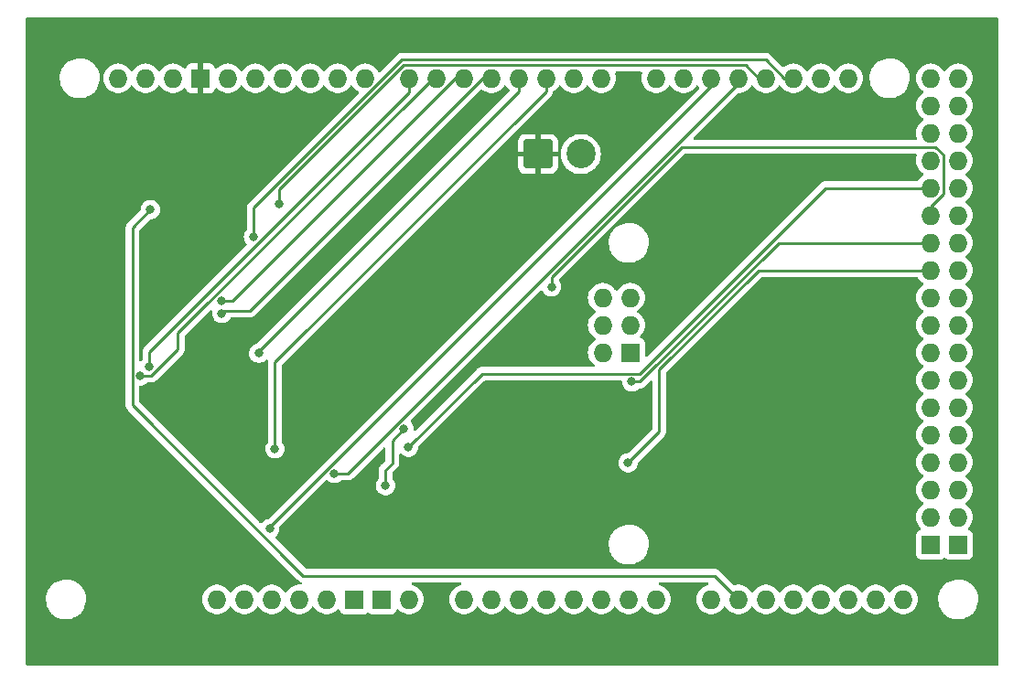
<source format=gbl>
G04 #@! TF.GenerationSoftware,KiCad,Pcbnew,7.0.5*
G04 #@! TF.CreationDate,2023-09-27T13:54:17+07:00*
G04 #@! TF.ProjectId,sumoRobotPCB,73756d6f-526f-4626-9f74-5043422e6b69,rev?*
G04 #@! TF.SameCoordinates,Original*
G04 #@! TF.FileFunction,Copper,L2,Bot*
G04 #@! TF.FilePolarity,Positive*
%FSLAX46Y46*%
G04 Gerber Fmt 4.6, Leading zero omitted, Abs format (unit mm)*
G04 Created by KiCad (PCBNEW 7.0.5) date 2023-09-27 13:54:17*
%MOMM*%
%LPD*%
G01*
G04 APERTURE LIST*
G04 Aperture macros list*
%AMRoundRect*
0 Rectangle with rounded corners*
0 $1 Rounding radius*
0 $2 $3 $4 $5 $6 $7 $8 $9 X,Y pos of 4 corners*
0 Add a 4 corners polygon primitive as box body*
4,1,4,$2,$3,$4,$5,$6,$7,$8,$9,$2,$3,0*
0 Add four circle primitives for the rounded corners*
1,1,$1+$1,$2,$3*
1,1,$1+$1,$4,$5*
1,1,$1+$1,$6,$7*
1,1,$1+$1,$8,$9*
0 Add four rect primitives between the rounded corners*
20,1,$1+$1,$2,$3,$4,$5,0*
20,1,$1+$1,$4,$5,$6,$7,0*
20,1,$1+$1,$6,$7,$8,$9,0*
20,1,$1+$1,$8,$9,$2,$3,0*%
G04 Aperture macros list end*
G04 #@! TA.AperFunction,ComponentPad*
%ADD10RoundRect,0.250001X-1.099999X-1.099999X1.099999X-1.099999X1.099999X1.099999X-1.099999X1.099999X0*%
G04 #@! TD*
G04 #@! TA.AperFunction,ComponentPad*
%ADD11C,2.700000*%
G04 #@! TD*
G04 #@! TA.AperFunction,ComponentPad*
%ADD12O,1.727200X1.727200*%
G04 #@! TD*
G04 #@! TA.AperFunction,ComponentPad*
%ADD13R,1.727200X1.727200*%
G04 #@! TD*
G04 #@! TA.AperFunction,ViaPad*
%ADD14C,0.800000*%
G04 #@! TD*
G04 #@! TA.AperFunction,Conductor*
%ADD15C,0.250000*%
G04 #@! TD*
G04 APERTURE END LIST*
D10*
X237430000Y-101280000D03*
D11*
X241390000Y-101280000D03*
D12*
X207730000Y-142520000D03*
X215350000Y-142520000D03*
X217890000Y-142520000D03*
X245957000Y-114580000D03*
X273770000Y-94260000D03*
X276310000Y-94260000D03*
X230590000Y-142520000D03*
X233130000Y-142520000D03*
X235670000Y-142520000D03*
X238210000Y-142520000D03*
X240750000Y-142520000D03*
X243290000Y-142520000D03*
X245830000Y-142520000D03*
X248370000Y-142520000D03*
X253450000Y-142520000D03*
X255990000Y-142520000D03*
X258530000Y-142520000D03*
X261070000Y-142520000D03*
X263610000Y-142520000D03*
X266150000Y-142520000D03*
X268690000Y-142520000D03*
X271230000Y-142520000D03*
X203666000Y-94260000D03*
X243290000Y-94260000D03*
X240750000Y-94260000D03*
X238210000Y-94260000D03*
X235670000Y-94260000D03*
X233130000Y-94260000D03*
X230590000Y-94260000D03*
X228050000Y-94260000D03*
X225510000Y-94260000D03*
X221446000Y-94260000D03*
X218906000Y-94260000D03*
X216366000Y-94260000D03*
X213826000Y-94260000D03*
X211286000Y-94260000D03*
X208746000Y-94260000D03*
X248370000Y-94260000D03*
X250910000Y-94260000D03*
X253450000Y-94260000D03*
X255990000Y-94260000D03*
X258530000Y-94260000D03*
X261070000Y-94260000D03*
X263610000Y-94260000D03*
X266150000Y-94260000D03*
X273770000Y-96800000D03*
X276310000Y-96800000D03*
X273770000Y-99340000D03*
X276310000Y-99340000D03*
X273770000Y-101880000D03*
X276310000Y-101880000D03*
X273770000Y-104420000D03*
X276310000Y-104420000D03*
X273770000Y-106960000D03*
X276310000Y-106960000D03*
X273770000Y-109500000D03*
X276310000Y-109500000D03*
X273770000Y-112040000D03*
X276310000Y-112040000D03*
X273770000Y-114580000D03*
X276310000Y-114580000D03*
X273770000Y-117120000D03*
X276310000Y-117120000D03*
X273770000Y-119660000D03*
X276310000Y-119660000D03*
X273770000Y-122200000D03*
X276310000Y-122200000D03*
X273770000Y-124740000D03*
X276310000Y-124740000D03*
X273770000Y-127280000D03*
X276310000Y-127280000D03*
X273770000Y-129820000D03*
X276310000Y-129820000D03*
X273770000Y-132360000D03*
X276310000Y-132360000D03*
X273770000Y-134900000D03*
X276310000Y-134900000D03*
D13*
X206206000Y-94260000D03*
X220430000Y-142520000D03*
X222970000Y-142520000D03*
X245957000Y-119660000D03*
X273770000Y-137440000D03*
X276310000Y-137440000D03*
D12*
X210270000Y-142520000D03*
X243417000Y-114580000D03*
X245957000Y-117120000D03*
X212810000Y-142520000D03*
X243417000Y-119660000D03*
X243417000Y-117120000D03*
X198586000Y-94260000D03*
X201126000Y-94260000D03*
X225510000Y-142520000D03*
D14*
X232910000Y-104410000D03*
X240480000Y-137210000D03*
X200930000Y-141760000D03*
X202930000Y-139760000D03*
X238480000Y-138210000D03*
X239480000Y-136210000D03*
X233910000Y-106410000D03*
X237480000Y-135210000D03*
X238480000Y-135210000D03*
X237480000Y-137210000D03*
X238480000Y-137210000D03*
X200930000Y-139760000D03*
X203930000Y-137760000D03*
X253270000Y-109510000D03*
X207390000Y-96560000D03*
X236480000Y-139210000D03*
X232910000Y-105410000D03*
X238480000Y-136210000D03*
X203930000Y-138760000D03*
X202930000Y-137760000D03*
X236480000Y-136210000D03*
X238480000Y-137210000D03*
X208390000Y-97560000D03*
X252270000Y-110510000D03*
X235480000Y-138210000D03*
X211390000Y-96560000D03*
X238480000Y-136210000D03*
X234910000Y-105410000D03*
X202930000Y-138760000D03*
X191540000Y-113770000D03*
X202930000Y-136760000D03*
X203930000Y-136760000D03*
X191540000Y-116770000D03*
X201930000Y-141760000D03*
X201930000Y-140760000D03*
X239480000Y-135210000D03*
X200930000Y-137760000D03*
X239480000Y-136210000D03*
X238480000Y-138210000D03*
X251270000Y-109510000D03*
X209390000Y-98560000D03*
X240480000Y-138210000D03*
X239480000Y-137210000D03*
X253270000Y-112510000D03*
X191540000Y-114770000D03*
X235480000Y-138210000D03*
X237480000Y-139210000D03*
X211390000Y-97560000D03*
X235480000Y-136210000D03*
X234910000Y-104410000D03*
X191540000Y-115770000D03*
X210390000Y-98560000D03*
X238480000Y-136210000D03*
X235480000Y-137210000D03*
X235480000Y-138210000D03*
X236480000Y-135210000D03*
X253270000Y-110510000D03*
X237480000Y-136210000D03*
X232910000Y-106410000D03*
X212390000Y-96560000D03*
X232910000Y-103410000D03*
X252270000Y-111510000D03*
X191540000Y-117770000D03*
X236480000Y-138210000D03*
X250270000Y-110510000D03*
X240480000Y-136210000D03*
X252270000Y-109510000D03*
X201930000Y-139760000D03*
X236480000Y-136210000D03*
X238480000Y-138210000D03*
X231910000Y-104410000D03*
X239480000Y-135210000D03*
X191540000Y-112770000D03*
X211390000Y-98560000D03*
X200930000Y-140760000D03*
X252270000Y-112510000D03*
X202930000Y-135760000D03*
X238480000Y-137210000D03*
X240480000Y-139210000D03*
X210390000Y-96560000D03*
X202930000Y-140760000D03*
X208390000Y-98560000D03*
X211160000Y-125440000D03*
X236480000Y-135210000D03*
X191540000Y-118770000D03*
X235480000Y-135210000D03*
X203930000Y-141760000D03*
X235480000Y-137210000D03*
X253270000Y-111510000D03*
X210390000Y-97560000D03*
X240480000Y-135210000D03*
X201930000Y-135760000D03*
X203930000Y-139760000D03*
X201930000Y-138760000D03*
X203930000Y-135760000D03*
X239480000Y-138210000D03*
X213390000Y-98560000D03*
X211160000Y-124440000D03*
X250270000Y-112510000D03*
X237480000Y-138210000D03*
X200930000Y-138760000D03*
X239480000Y-138210000D03*
X251270000Y-112510000D03*
X251270000Y-110510000D03*
X236480000Y-138210000D03*
X207390000Y-98560000D03*
X233910000Y-103410000D03*
X200930000Y-136760000D03*
X234910000Y-106410000D03*
X235480000Y-136210000D03*
X237480000Y-137210000D03*
X211160000Y-126440000D03*
X231910000Y-105410000D03*
X233910000Y-104410000D03*
X212390000Y-97560000D03*
X231910000Y-106410000D03*
X207390000Y-97560000D03*
X237480000Y-138210000D03*
X236480000Y-137210000D03*
X237480000Y-138210000D03*
X237480000Y-135210000D03*
X213390000Y-97560000D03*
X208390000Y-96560000D03*
X235480000Y-137210000D03*
X233910000Y-105410000D03*
X202930000Y-141760000D03*
X250270000Y-111510000D03*
X209390000Y-97560000D03*
X235480000Y-136210000D03*
X236480000Y-138210000D03*
X201930000Y-137760000D03*
X238480000Y-139210000D03*
X238480000Y-135210000D03*
X237480000Y-137210000D03*
X201930000Y-136760000D03*
X235480000Y-139210000D03*
X239480000Y-139210000D03*
X251270000Y-111510000D03*
X234910000Y-103410000D03*
X237480000Y-136210000D03*
X237480000Y-136210000D03*
X209390000Y-96560000D03*
X239480000Y-137210000D03*
X238480000Y-135210000D03*
X212390000Y-98560000D03*
X237480000Y-135210000D03*
X236480000Y-137210000D03*
X231910000Y-103410000D03*
X200930000Y-135760000D03*
X236480000Y-135210000D03*
X203930000Y-140760000D03*
X250270000Y-109510000D03*
X236480000Y-137210000D03*
X213390000Y-96560000D03*
X236480000Y-136210000D03*
X223320000Y-131980000D03*
X225027299Y-126707299D03*
X225441900Y-128415700D03*
X238670900Y-113576700D03*
X246110000Y-122350000D03*
X245770000Y-129870000D03*
X211614000Y-119719400D03*
X213099900Y-128572300D03*
X211120500Y-108949300D03*
X213461800Y-105912100D03*
X201565000Y-106428200D03*
X208190000Y-116040000D03*
X208113938Y-114893061D03*
X200641200Y-121806100D03*
X201471800Y-120956100D03*
X218590500Y-130845900D03*
X212611600Y-135978100D03*
D15*
X223320000Y-131980000D02*
X223320000Y-130530000D01*
X223950000Y-129900000D02*
X223950000Y-127784598D01*
X223950000Y-127784598D02*
X225027299Y-126707299D01*
X223320000Y-130530000D02*
X223950000Y-129900000D01*
X232237000Y-121620600D02*
X225441900Y-128415700D01*
X273770000Y-104420000D02*
X264000000Y-104420000D01*
X264000000Y-104420000D02*
X246799400Y-121620600D01*
X246799400Y-121620600D02*
X232237000Y-121620600D01*
X238670900Y-112674790D02*
X238670900Y-113576700D01*
X274959000Y-104953600D02*
X274959000Y-101365700D01*
X274959000Y-101365700D02*
X274203300Y-100610000D01*
X273860000Y-106060000D02*
X273860000Y-106052600D01*
X273770000Y-106150000D02*
X273860000Y-106060000D01*
X274203300Y-100610000D02*
X250735690Y-100610000D01*
X250735690Y-100610000D02*
X238670900Y-112674790D01*
X273860000Y-106052600D02*
X274959000Y-104953600D01*
X273770000Y-106960000D02*
X273770000Y-106150000D01*
X273770000Y-109500000D02*
X259730000Y-109500000D01*
X259730000Y-109500000D02*
X246880000Y-122350000D01*
X246880000Y-122350000D02*
X246110000Y-122350000D01*
X248652000Y-121238000D02*
X257850000Y-112040000D01*
X245770000Y-129870000D02*
X248652000Y-126988000D01*
X248652000Y-126988000D02*
X248652000Y-121238000D01*
X257850000Y-112040000D02*
X273770000Y-112040000D01*
X235670000Y-95448900D02*
X211614000Y-119504900D01*
X211614000Y-119504900D02*
X211614000Y-119719400D01*
X235670000Y-94260000D02*
X235670000Y-95448900D01*
X238210000Y-94260000D02*
X238210000Y-95448900D01*
X213099900Y-120559000D02*
X213099900Y-128572300D01*
X238210000Y-95448900D02*
X213099900Y-120559000D01*
X211120500Y-106267000D02*
X211120500Y-108949300D01*
X261070000Y-94260000D02*
X260252600Y-94260000D01*
X260252600Y-94260000D02*
X258532300Y-92539700D01*
X224847800Y-92539700D02*
X211120500Y-106267000D01*
X258532300Y-92539700D02*
X224847800Y-92539700D01*
X258530000Y-94260000D02*
X257880000Y-94260000D01*
X213461800Y-104582800D02*
X213461800Y-105912100D01*
X225017600Y-93027000D02*
X213461800Y-104582800D01*
X256647000Y-93027000D02*
X225017600Y-93027000D01*
X257880000Y-94260000D02*
X256647000Y-93027000D01*
X215710000Y-140320000D02*
X199915900Y-124525900D01*
X253790000Y-140320000D02*
X215710000Y-140320000D01*
X199915900Y-124525900D02*
X199915900Y-108077300D01*
X199915900Y-108077300D02*
X201565000Y-106428200D01*
X255990000Y-142520000D02*
X253790000Y-140320000D01*
X208446800Y-115783200D02*
X210796100Y-115783200D01*
X208190000Y-116040000D02*
X208446800Y-115783200D01*
X210796100Y-115783200D02*
X232319300Y-94260000D01*
X232319300Y-94260000D02*
X233130000Y-94260000D01*
X229761200Y-94260000D02*
X230590000Y-94260000D01*
X208113938Y-114893061D02*
X209128139Y-114893061D01*
X209128139Y-114893061D02*
X229761200Y-94260000D01*
X204116000Y-117866400D02*
X204116000Y-119355800D01*
X201665700Y-121806100D02*
X200641200Y-121806100D01*
X227722400Y-94260000D02*
X204116000Y-117866400D01*
X228050000Y-94260000D02*
X227722400Y-94260000D01*
X204116000Y-119355800D02*
X201665700Y-121806100D01*
X225510000Y-94260000D02*
X225510000Y-95448900D01*
X201471800Y-120956100D02*
X201471800Y-119623800D01*
X225510000Y-95585600D02*
X225510000Y-95448900D01*
X201471800Y-119623800D02*
X225510000Y-95585600D01*
X219864100Y-130845900D02*
X218590500Y-130845900D01*
X255990000Y-94260000D02*
X255990000Y-94720000D01*
X255990000Y-94720000D02*
X219864100Y-130845900D01*
X253450000Y-94260000D02*
X253450000Y-94960000D01*
X253160000Y-95250000D02*
X253160000Y-95250700D01*
X212611600Y-135799100D02*
X212611600Y-135978100D01*
X253450000Y-94960000D02*
X253160000Y-95250000D01*
X253160000Y-95250700D02*
X212611600Y-135799100D01*
G04 #@! TA.AperFunction,Conductor*
G36*
X247024733Y-93672185D02*
G01*
X247070488Y-93724989D01*
X247080432Y-93794147D01*
X247076476Y-93810543D01*
X247076648Y-93810587D01*
X247019892Y-94034710D01*
X247001225Y-94259993D01*
X247001225Y-94260006D01*
X247019892Y-94485289D01*
X247075388Y-94704439D01*
X247166198Y-94911466D01*
X247289842Y-95100716D01*
X247289850Y-95100727D01*
X247431352Y-95254437D01*
X247442954Y-95267040D01*
X247621351Y-95405893D01*
X247820169Y-95513488D01*
X247820172Y-95513489D01*
X248033982Y-95586890D01*
X248033984Y-95586890D01*
X248033986Y-95586891D01*
X248256967Y-95624100D01*
X248256968Y-95624100D01*
X248483032Y-95624100D01*
X248483033Y-95624100D01*
X248706014Y-95586891D01*
X248919831Y-95513488D01*
X249118649Y-95405893D01*
X249297046Y-95267040D01*
X249435257Y-95116904D01*
X249450149Y-95100727D01*
X249450149Y-95100726D01*
X249450156Y-95100719D01*
X249536193Y-94969028D01*
X249589338Y-94923675D01*
X249658569Y-94914251D01*
X249721905Y-94943753D01*
X249743804Y-94969025D01*
X249829844Y-95100719D01*
X249829849Y-95100724D01*
X249829850Y-95100727D01*
X249971352Y-95254437D01*
X249982954Y-95267040D01*
X250161351Y-95405893D01*
X250360169Y-95513488D01*
X250360172Y-95513489D01*
X250573982Y-95586890D01*
X250573984Y-95586890D01*
X250573986Y-95586891D01*
X250796967Y-95624100D01*
X250796968Y-95624100D01*
X251023032Y-95624100D01*
X251023033Y-95624100D01*
X251246014Y-95586891D01*
X251459831Y-95513488D01*
X251658649Y-95405893D01*
X251837046Y-95267040D01*
X251975257Y-95116904D01*
X251990149Y-95100727D01*
X251990149Y-95100726D01*
X251990156Y-95100719D01*
X252076193Y-94969028D01*
X252129338Y-94923675D01*
X252198569Y-94914251D01*
X252261905Y-94943753D01*
X252283804Y-94969025D01*
X252336719Y-95050017D01*
X252356905Y-95116904D01*
X252337725Y-95184089D01*
X252320590Y-95205517D01*
X212456005Y-135070102D01*
X212394682Y-135103587D01*
X212394106Y-135103711D01*
X212331796Y-135116956D01*
X212331792Y-135116957D01*
X212158870Y-135193948D01*
X212158865Y-135193951D01*
X212005729Y-135305211D01*
X211891361Y-135432230D01*
X211831874Y-135468879D01*
X211762017Y-135467548D01*
X211711530Y-135436939D01*
X200577719Y-124303128D01*
X200544234Y-124241805D01*
X200541400Y-124215447D01*
X200541400Y-122830600D01*
X200561085Y-122763561D01*
X200613889Y-122717806D01*
X200665400Y-122706600D01*
X200735844Y-122706600D01*
X200735846Y-122706600D01*
X200921003Y-122667244D01*
X201093930Y-122590251D01*
X201247071Y-122478988D01*
X201249988Y-122475747D01*
X201252800Y-122472626D01*
X201312287Y-122435979D01*
X201344948Y-122431600D01*
X201582957Y-122431600D01*
X201598577Y-122433324D01*
X201598604Y-122433039D01*
X201606366Y-122433773D01*
X201606366Y-122433772D01*
X201606367Y-122433773D01*
X201609699Y-122433668D01*
X201674547Y-122431631D01*
X201676494Y-122431600D01*
X201705047Y-122431600D01*
X201705050Y-122431600D01*
X201711928Y-122430730D01*
X201717741Y-122430272D01*
X201764327Y-122428809D01*
X201783569Y-122423217D01*
X201802612Y-122419274D01*
X201822492Y-122416764D01*
X201865822Y-122399607D01*
X201871346Y-122397717D01*
X201875096Y-122396627D01*
X201916090Y-122384718D01*
X201933329Y-122374522D01*
X201950803Y-122365962D01*
X201969427Y-122358588D01*
X201969427Y-122358587D01*
X201969432Y-122358586D01*
X202007149Y-122331182D01*
X202012005Y-122327992D01*
X202052120Y-122304270D01*
X202066289Y-122290099D01*
X202081079Y-122277468D01*
X202097287Y-122265694D01*
X202126999Y-122229776D01*
X202130912Y-122225476D01*
X204499788Y-119856601D01*
X204512042Y-119846786D01*
X204511859Y-119846564D01*
X204517868Y-119841591D01*
X204517877Y-119841586D01*
X204564607Y-119791822D01*
X204565846Y-119790543D01*
X204586120Y-119770271D01*
X204590379Y-119764778D01*
X204594152Y-119760361D01*
X204626062Y-119726382D01*
X204635713Y-119708824D01*
X204646396Y-119692561D01*
X204658673Y-119676736D01*
X204677185Y-119633953D01*
X204679738Y-119628741D01*
X204702197Y-119587892D01*
X204707180Y-119568480D01*
X204713481Y-119550080D01*
X204721437Y-119531696D01*
X204728729Y-119485652D01*
X204729906Y-119479971D01*
X204741500Y-119434819D01*
X204741500Y-119414782D01*
X204743027Y-119395382D01*
X204743609Y-119391708D01*
X204746160Y-119375604D01*
X204741775Y-119329218D01*
X204741500Y-119323380D01*
X204741500Y-118176851D01*
X204761185Y-118109812D01*
X204777814Y-118089175D01*
X207090676Y-115776312D01*
X207151997Y-115742829D01*
X207221689Y-115747813D01*
X207277622Y-115789685D01*
X207302039Y-115855149D01*
X207301676Y-115876956D01*
X207291465Y-115974107D01*
X207284540Y-116040000D01*
X207304326Y-116228256D01*
X207304327Y-116228259D01*
X207362818Y-116408277D01*
X207362821Y-116408284D01*
X207457467Y-116572216D01*
X207499998Y-116619451D01*
X207584129Y-116712888D01*
X207737265Y-116824148D01*
X207737270Y-116824151D01*
X207910192Y-116901142D01*
X207910197Y-116901144D01*
X208095354Y-116940500D01*
X208095355Y-116940500D01*
X208284644Y-116940500D01*
X208284646Y-116940500D01*
X208469803Y-116901144D01*
X208642730Y-116824151D01*
X208795871Y-116712888D01*
X208922533Y-116572216D01*
X208981143Y-116470699D01*
X209031709Y-116422485D01*
X209088530Y-116408700D01*
X210713357Y-116408700D01*
X210728977Y-116410424D01*
X210729004Y-116410139D01*
X210736766Y-116410873D01*
X210736766Y-116410872D01*
X210736767Y-116410873D01*
X210740099Y-116410768D01*
X210804947Y-116408731D01*
X210806894Y-116408700D01*
X210835447Y-116408700D01*
X210835450Y-116408700D01*
X210842328Y-116407830D01*
X210848141Y-116407372D01*
X210894727Y-116405909D01*
X210913969Y-116400317D01*
X210933012Y-116396374D01*
X210952892Y-116393864D01*
X210996222Y-116376707D01*
X211001746Y-116374817D01*
X211005496Y-116373727D01*
X211046490Y-116361818D01*
X211063729Y-116351622D01*
X211081203Y-116343062D01*
X211099827Y-116335688D01*
X211099827Y-116335687D01*
X211099832Y-116335686D01*
X211137549Y-116308282D01*
X211142405Y-116305092D01*
X211182520Y-116281370D01*
X211196689Y-116267199D01*
X211211479Y-116254568D01*
X211227687Y-116242794D01*
X211257399Y-116206876D01*
X211261312Y-116202576D01*
X232122092Y-95341797D01*
X232183413Y-95308314D01*
X232253105Y-95313298D01*
X232285933Y-95331626D01*
X232299004Y-95341799D01*
X232381351Y-95405893D01*
X232580169Y-95513488D01*
X232580172Y-95513489D01*
X232793982Y-95586890D01*
X232793984Y-95586890D01*
X232793986Y-95586891D01*
X233016967Y-95624100D01*
X233016968Y-95624100D01*
X233243032Y-95624100D01*
X233243033Y-95624100D01*
X233466014Y-95586891D01*
X233679831Y-95513488D01*
X233878649Y-95405893D01*
X234057046Y-95267040D01*
X234195257Y-95116904D01*
X234210149Y-95100727D01*
X234210149Y-95100726D01*
X234210156Y-95100719D01*
X234296193Y-94969028D01*
X234349338Y-94923675D01*
X234418569Y-94914251D01*
X234481905Y-94943753D01*
X234503804Y-94969025D01*
X234589844Y-95100719D01*
X234589849Y-95100724D01*
X234589850Y-95100727D01*
X234742950Y-95267036D01*
X234742956Y-95267042D01*
X234749729Y-95272313D01*
X234758281Y-95278970D01*
X234799095Y-95335678D01*
X234802771Y-95405451D01*
X234769802Y-95464505D01*
X211413323Y-118820984D01*
X211352000Y-118854469D01*
X211351428Y-118854592D01*
X211334199Y-118858254D01*
X211334194Y-118858256D01*
X211161270Y-118935248D01*
X211161265Y-118935251D01*
X211008129Y-119046511D01*
X210881466Y-119187185D01*
X210786821Y-119351115D01*
X210786818Y-119351122D01*
X210739581Y-119496505D01*
X210728326Y-119531144D01*
X210708540Y-119719400D01*
X210728326Y-119907656D01*
X210728327Y-119907659D01*
X210786818Y-120087677D01*
X210786821Y-120087684D01*
X210881467Y-120251616D01*
X210975238Y-120355759D01*
X211008129Y-120392288D01*
X211161265Y-120503548D01*
X211161270Y-120503551D01*
X211334192Y-120580542D01*
X211334197Y-120580544D01*
X211519354Y-120619900D01*
X211519355Y-120619900D01*
X211708644Y-120619900D01*
X211708646Y-120619900D01*
X211893803Y-120580544D01*
X212066730Y-120503551D01*
X212219871Y-120392288D01*
X212269629Y-120337025D01*
X212329112Y-120300379D01*
X212398969Y-120301708D01*
X212457018Y-120340594D01*
X212484828Y-120404691D01*
X212481882Y-120450832D01*
X212474401Y-120479971D01*
X212474400Y-120479982D01*
X212474400Y-120500016D01*
X212472873Y-120519415D01*
X212469740Y-120539194D01*
X212469740Y-120539195D01*
X212474125Y-120585583D01*
X212474400Y-120591421D01*
X212474400Y-127873612D01*
X212454715Y-127940651D01*
X212442550Y-127956584D01*
X212367366Y-128040084D01*
X212272721Y-128204015D01*
X212272718Y-128204022D01*
X212221607Y-128361327D01*
X212214226Y-128384044D01*
X212194440Y-128572300D01*
X212214226Y-128760556D01*
X212214227Y-128760559D01*
X212272718Y-128940577D01*
X212272721Y-128940584D01*
X212367367Y-129104516D01*
X212494028Y-129245187D01*
X212494029Y-129245188D01*
X212647165Y-129356448D01*
X212647170Y-129356451D01*
X212820092Y-129433442D01*
X212820097Y-129433444D01*
X213005254Y-129472800D01*
X213005255Y-129472800D01*
X213194544Y-129472800D01*
X213194546Y-129472800D01*
X213379703Y-129433444D01*
X213552630Y-129356451D01*
X213705771Y-129245188D01*
X213832433Y-129104516D01*
X213927079Y-128940584D01*
X213985574Y-128760556D01*
X214005360Y-128572300D01*
X213985574Y-128384044D01*
X213927079Y-128204016D01*
X213832433Y-128040084D01*
X213757248Y-127956583D01*
X213727019Y-127893593D01*
X213725399Y-127873624D01*
X213725399Y-120869450D01*
X213745084Y-120802412D01*
X213761713Y-120781775D01*
X232113504Y-102429985D01*
X235580000Y-102429985D01*
X235590493Y-102532689D01*
X235590494Y-102532696D01*
X235645641Y-102699118D01*
X235645643Y-102699123D01*
X235737684Y-102848344D01*
X235861655Y-102972315D01*
X236010876Y-103064356D01*
X236010881Y-103064358D01*
X236177303Y-103119505D01*
X236177310Y-103119506D01*
X236280014Y-103129999D01*
X236280027Y-103130000D01*
X237180000Y-103130000D01*
X237180000Y-102095319D01*
X237337557Y-102130000D01*
X237476084Y-102130000D01*
X237613802Y-102115022D01*
X237680000Y-102092717D01*
X237680000Y-103130000D01*
X238579973Y-103130000D01*
X238579985Y-103129999D01*
X238682689Y-103119506D01*
X238682696Y-103119505D01*
X238849118Y-103064358D01*
X238849123Y-103064356D01*
X238998344Y-102972315D01*
X239122315Y-102848344D01*
X239214356Y-102699123D01*
X239214358Y-102699118D01*
X239269505Y-102532696D01*
X239269506Y-102532689D01*
X239279999Y-102429985D01*
X239280000Y-102429972D01*
X239280000Y-101530000D01*
X238245376Y-101530000D01*
X238253847Y-101508740D01*
X238283758Y-101326289D01*
X238281248Y-101280001D01*
X239534773Y-101280001D01*
X239553657Y-101544027D01*
X239553658Y-101544034D01*
X239609921Y-101802673D01*
X239702426Y-102050690D01*
X239702428Y-102050694D01*
X239829280Y-102283005D01*
X239829285Y-102283013D01*
X239987906Y-102494907D01*
X239987922Y-102494925D01*
X240175074Y-102682077D01*
X240175092Y-102682093D01*
X240386986Y-102840714D01*
X240386994Y-102840719D01*
X240619305Y-102967571D01*
X240619309Y-102967573D01*
X240619311Y-102967574D01*
X240867322Y-103060077D01*
X240867325Y-103060077D01*
X240867326Y-103060078D01*
X241062552Y-103102546D01*
X241125974Y-103116343D01*
X241365686Y-103133488D01*
X241389999Y-103135227D01*
X241390000Y-103135227D01*
X241390001Y-103135227D01*
X241408885Y-103133876D01*
X241654026Y-103116343D01*
X241912678Y-103060077D01*
X242160689Y-102967574D01*
X242393011Y-102840716D01*
X242604915Y-102682087D01*
X242792087Y-102494915D01*
X242950716Y-102283011D01*
X243077574Y-102050689D01*
X243170077Y-101802678D01*
X243226343Y-101544026D01*
X243245227Y-101280000D01*
X243226343Y-101015974D01*
X243212546Y-100952551D01*
X243170078Y-100757326D01*
X243161417Y-100734106D01*
X243077574Y-100509311D01*
X243055969Y-100469745D01*
X242950719Y-100276994D01*
X242950714Y-100276986D01*
X242792093Y-100065092D01*
X242792077Y-100065074D01*
X242604925Y-99877922D01*
X242604907Y-99877906D01*
X242393013Y-99719285D01*
X242393005Y-99719280D01*
X242160694Y-99592428D01*
X242160690Y-99592426D01*
X241912673Y-99499921D01*
X241654034Y-99443658D01*
X241654027Y-99443657D01*
X241390001Y-99424773D01*
X241389999Y-99424773D01*
X241125972Y-99443657D01*
X241125965Y-99443658D01*
X240867326Y-99499921D01*
X240619309Y-99592426D01*
X240619305Y-99592428D01*
X240386994Y-99719280D01*
X240386986Y-99719285D01*
X240175092Y-99877906D01*
X240175074Y-99877922D01*
X239987922Y-100065074D01*
X239987906Y-100065092D01*
X239829285Y-100276986D01*
X239829280Y-100276994D01*
X239702428Y-100509305D01*
X239702426Y-100509309D01*
X239609921Y-100757326D01*
X239553658Y-101015965D01*
X239553657Y-101015972D01*
X239534773Y-101279998D01*
X239534773Y-101280001D01*
X238281248Y-101280001D01*
X238273749Y-101141674D01*
X238242742Y-101030000D01*
X239280000Y-101030000D01*
X239280000Y-100130027D01*
X239279999Y-100130014D01*
X239269506Y-100027310D01*
X239269505Y-100027303D01*
X239214358Y-99860881D01*
X239214356Y-99860876D01*
X239122315Y-99711655D01*
X238998344Y-99587684D01*
X238849123Y-99495643D01*
X238849118Y-99495641D01*
X238682696Y-99440494D01*
X238682689Y-99440493D01*
X238579985Y-99430000D01*
X237680000Y-99430000D01*
X237680000Y-100464680D01*
X237522443Y-100430000D01*
X237383916Y-100430000D01*
X237246198Y-100444978D01*
X237180000Y-100467282D01*
X237180000Y-99430000D01*
X236280014Y-99430000D01*
X236177310Y-99440493D01*
X236177303Y-99440494D01*
X236010881Y-99495641D01*
X236010876Y-99495643D01*
X235861655Y-99587684D01*
X235737684Y-99711655D01*
X235645643Y-99860876D01*
X235645641Y-99860881D01*
X235590494Y-100027303D01*
X235590493Y-100027310D01*
X235580000Y-100130014D01*
X235580000Y-101030000D01*
X236614624Y-101030000D01*
X236606153Y-101051260D01*
X236576242Y-101233711D01*
X236586251Y-101418326D01*
X236617258Y-101530000D01*
X235580000Y-101530000D01*
X235580000Y-102429985D01*
X232113504Y-102429985D01*
X238593788Y-95949701D01*
X238606042Y-95939886D01*
X238605859Y-95939664D01*
X238611868Y-95934691D01*
X238611877Y-95934686D01*
X238658607Y-95884922D01*
X238659846Y-95883643D01*
X238680120Y-95863371D01*
X238684379Y-95857878D01*
X238688152Y-95853461D01*
X238720062Y-95819482D01*
X238729715Y-95801920D01*
X238740389Y-95785670D01*
X238752673Y-95769836D01*
X238771180Y-95727067D01*
X238773749Y-95721824D01*
X238793014Y-95686781D01*
X238796197Y-95680992D01*
X238801178Y-95661589D01*
X238807478Y-95643188D01*
X238815438Y-95624796D01*
X238822730Y-95578749D01*
X238823911Y-95573052D01*
X238829950Y-95549535D01*
X238835500Y-95527919D01*
X238835500Y-95527917D01*
X238837440Y-95520362D01*
X238839704Y-95520943D01*
X238862956Y-95467627D01*
X238899032Y-95438156D01*
X238958639Y-95405899D01*
X238958642Y-95405896D01*
X238958649Y-95405893D01*
X239137046Y-95267040D01*
X239275257Y-95116904D01*
X239290149Y-95100727D01*
X239290149Y-95100726D01*
X239290156Y-95100719D01*
X239376193Y-94969028D01*
X239429338Y-94923675D01*
X239498569Y-94914251D01*
X239561905Y-94943753D01*
X239583804Y-94969025D01*
X239669844Y-95100719D01*
X239669849Y-95100724D01*
X239669850Y-95100727D01*
X239811352Y-95254437D01*
X239822954Y-95267040D01*
X240001351Y-95405893D01*
X240200169Y-95513488D01*
X240200172Y-95513489D01*
X240413982Y-95586890D01*
X240413984Y-95586890D01*
X240413986Y-95586891D01*
X240636967Y-95624100D01*
X240636968Y-95624100D01*
X240863032Y-95624100D01*
X240863033Y-95624100D01*
X241086014Y-95586891D01*
X241299831Y-95513488D01*
X241498649Y-95405893D01*
X241677046Y-95267040D01*
X241815257Y-95116904D01*
X241830149Y-95100727D01*
X241830151Y-95100724D01*
X241830156Y-95100719D01*
X241916193Y-94969029D01*
X241969336Y-94923675D01*
X242038567Y-94914251D01*
X242101903Y-94943753D01*
X242123807Y-94969031D01*
X242209842Y-95100716D01*
X242209850Y-95100727D01*
X242351352Y-95254437D01*
X242362954Y-95267040D01*
X242541351Y-95405893D01*
X242740169Y-95513488D01*
X242740172Y-95513489D01*
X242953982Y-95586890D01*
X242953984Y-95586890D01*
X242953986Y-95586891D01*
X243176967Y-95624100D01*
X243176968Y-95624100D01*
X243403032Y-95624100D01*
X243403033Y-95624100D01*
X243626014Y-95586891D01*
X243839831Y-95513488D01*
X244038649Y-95405893D01*
X244217046Y-95267040D01*
X244355257Y-95116904D01*
X244370149Y-95100727D01*
X244370151Y-95100724D01*
X244370156Y-95100719D01*
X244493802Y-94911465D01*
X244584611Y-94704441D01*
X244640107Y-94485293D01*
X244658775Y-94260000D01*
X244658775Y-94259993D01*
X244640107Y-94034710D01*
X244640107Y-94034707D01*
X244584611Y-93815559D01*
X244583352Y-93810587D01*
X244584729Y-93810238D01*
X244581875Y-93746964D01*
X244616962Y-93686543D01*
X244679144Y-93654682D01*
X244702306Y-93652500D01*
X246957694Y-93652500D01*
X247024733Y-93672185D01*
G37*
G04 #@! TD.AperFunction*
G04 #@! TA.AperFunction,Conductor*
G36*
X272440386Y-101255185D02*
G01*
X272486141Y-101307989D01*
X272496085Y-101377147D01*
X272486904Y-101409307D01*
X272482948Y-101418326D01*
X272475388Y-101435561D01*
X272419892Y-101654710D01*
X272401225Y-101879993D01*
X272401225Y-101880006D01*
X272419892Y-102105289D01*
X272475388Y-102324439D01*
X272566198Y-102531466D01*
X272689842Y-102720716D01*
X272689850Y-102720727D01*
X272842950Y-102887036D01*
X272842954Y-102887040D01*
X273021351Y-103025893D01*
X273021353Y-103025894D01*
X273021356Y-103025896D01*
X273021362Y-103025899D01*
X273049163Y-103040944D01*
X273098754Y-103090161D01*
X273113864Y-103158378D01*
X273089694Y-103223934D01*
X273049167Y-103259052D01*
X273021361Y-103274100D01*
X273021353Y-103274105D01*
X272842955Y-103412959D01*
X272842950Y-103412963D01*
X272689850Y-103579272D01*
X272689842Y-103579283D01*
X272585937Y-103738322D01*
X272532791Y-103783678D01*
X272482129Y-103794500D01*
X264082743Y-103794500D01*
X264067122Y-103792775D01*
X264067096Y-103793061D01*
X264059333Y-103792326D01*
X263991153Y-103794469D01*
X263989206Y-103794500D01*
X263960649Y-103794500D01*
X263953766Y-103795369D01*
X263947949Y-103795826D01*
X263901373Y-103797290D01*
X263882129Y-103802881D01*
X263863079Y-103806825D01*
X263843211Y-103809334D01*
X263799884Y-103826488D01*
X263794358Y-103828379D01*
X263749614Y-103841379D01*
X263749610Y-103841381D01*
X263732366Y-103851579D01*
X263714905Y-103860133D01*
X263696274Y-103867510D01*
X263696262Y-103867517D01*
X263658570Y-103894902D01*
X263653687Y-103898109D01*
X263613580Y-103921829D01*
X263599414Y-103935995D01*
X263584624Y-103948627D01*
X263568414Y-103960404D01*
X263568411Y-103960407D01*
X263538710Y-103996309D01*
X263534777Y-104000631D01*
X247532780Y-120002628D01*
X247471457Y-120036113D01*
X247401765Y-120031129D01*
X247345832Y-119989257D01*
X247321415Y-119923793D01*
X247321099Y-119914947D01*
X247321099Y-118748529D01*
X247321098Y-118748523D01*
X247319847Y-118736889D01*
X247314691Y-118688917D01*
X247308154Y-118671391D01*
X247264397Y-118554071D01*
X247264393Y-118554064D01*
X247178147Y-118438855D01*
X247178144Y-118438852D01*
X247062935Y-118352606D01*
X247062928Y-118352602D01*
X246948016Y-118309743D01*
X246892082Y-118267872D01*
X246867665Y-118202408D01*
X246882517Y-118134135D01*
X246900113Y-118109586D01*
X247037156Y-117960719D01*
X247160802Y-117771465D01*
X247251611Y-117564441D01*
X247307107Y-117345293D01*
X247325775Y-117120000D01*
X247325775Y-117119993D01*
X247307107Y-116894710D01*
X247307107Y-116894707D01*
X247251611Y-116675559D01*
X247160802Y-116468535D01*
X247123129Y-116410873D01*
X247078826Y-116343062D01*
X247037156Y-116279281D01*
X247037153Y-116279278D01*
X247037149Y-116279272D01*
X246884049Y-116112963D01*
X246884048Y-116112962D01*
X246884046Y-116112960D01*
X246705649Y-115974107D01*
X246705647Y-115974106D01*
X246705646Y-115974105D01*
X246705639Y-115974100D01*
X246677836Y-115959055D01*
X246628244Y-115909837D01*
X246613135Y-115841620D01*
X246637306Y-115776064D01*
X246677836Y-115740945D01*
X246705639Y-115725899D01*
X246705642Y-115725896D01*
X246705649Y-115725893D01*
X246884046Y-115587040D01*
X247037156Y-115420719D01*
X247160802Y-115231465D01*
X247251611Y-115024441D01*
X247307107Y-114805293D01*
X247325775Y-114580000D01*
X247325775Y-114579993D01*
X247307107Y-114354710D01*
X247307107Y-114354707D01*
X247251611Y-114135559D01*
X247160802Y-113928535D01*
X247143924Y-113902702D01*
X247037157Y-113739283D01*
X247037149Y-113739272D01*
X246884049Y-113572963D01*
X246884048Y-113572962D01*
X246884046Y-113572960D01*
X246705649Y-113434107D01*
X246677832Y-113419053D01*
X246506832Y-113326512D01*
X246506827Y-113326510D01*
X246293017Y-113253109D01*
X246125778Y-113225202D01*
X246070033Y-113215900D01*
X245843967Y-113215900D01*
X245799370Y-113223341D01*
X245620982Y-113253109D01*
X245407172Y-113326510D01*
X245407167Y-113326512D01*
X245208352Y-113434106D01*
X245029955Y-113572959D01*
X245029950Y-113572963D01*
X244876850Y-113739272D01*
X244876846Y-113739278D01*
X244790807Y-113870969D01*
X244737660Y-113916325D01*
X244668429Y-113925748D01*
X244605093Y-113896245D01*
X244583192Y-113870969D01*
X244497156Y-113739281D01*
X244497151Y-113739276D01*
X244497149Y-113739272D01*
X244344049Y-113572963D01*
X244344048Y-113572962D01*
X244344046Y-113572960D01*
X244165649Y-113434107D01*
X244137832Y-113419053D01*
X243966832Y-113326512D01*
X243966827Y-113326510D01*
X243753017Y-113253109D01*
X243585778Y-113225202D01*
X243530033Y-113215900D01*
X243303967Y-113215900D01*
X243259370Y-113223341D01*
X243080982Y-113253109D01*
X242867172Y-113326510D01*
X242867167Y-113326512D01*
X242668352Y-113434106D01*
X242489955Y-113572959D01*
X242489950Y-113572963D01*
X242336850Y-113739272D01*
X242336842Y-113739283D01*
X242213198Y-113928533D01*
X242122388Y-114135560D01*
X242066892Y-114354710D01*
X242048225Y-114579993D01*
X242048225Y-114580006D01*
X242066892Y-114805289D01*
X242122388Y-115024439D01*
X242213198Y-115231466D01*
X242336842Y-115420716D01*
X242336850Y-115420727D01*
X242489950Y-115587036D01*
X242489954Y-115587040D01*
X242668351Y-115725893D01*
X242668353Y-115725894D01*
X242668356Y-115725896D01*
X242668362Y-115725899D01*
X242696163Y-115740944D01*
X242745754Y-115790161D01*
X242760864Y-115858378D01*
X242736694Y-115923934D01*
X242696167Y-115959052D01*
X242668361Y-115974100D01*
X242668353Y-115974105D01*
X242489955Y-116112959D01*
X242489950Y-116112963D01*
X242336850Y-116279272D01*
X242336842Y-116279283D01*
X242213198Y-116468533D01*
X242122388Y-116675560D01*
X242066892Y-116894710D01*
X242048225Y-117119993D01*
X242048225Y-117120006D01*
X242066892Y-117345289D01*
X242122388Y-117564439D01*
X242213198Y-117771466D01*
X242336842Y-117960716D01*
X242336850Y-117960727D01*
X242473878Y-118109577D01*
X242489954Y-118127040D01*
X242668351Y-118265893D01*
X242696159Y-118280942D01*
X242696165Y-118280945D01*
X242745755Y-118330165D01*
X242760863Y-118398382D01*
X242736692Y-118463937D01*
X242696165Y-118499055D01*
X242668352Y-118514106D01*
X242489955Y-118652959D01*
X242489950Y-118652963D01*
X242336850Y-118819272D01*
X242336842Y-118819283D01*
X242213198Y-119008533D01*
X242122388Y-119215560D01*
X242066892Y-119434710D01*
X242048225Y-119659993D01*
X242048225Y-119660006D01*
X242066892Y-119885289D01*
X242122388Y-120104439D01*
X242213198Y-120311466D01*
X242336842Y-120500716D01*
X242336850Y-120500727D01*
X242440752Y-120613593D01*
X242489954Y-120667040D01*
X242619466Y-120767844D01*
X242626408Y-120773247D01*
X242667221Y-120829957D01*
X242670895Y-120899730D01*
X242636263Y-120960413D01*
X242574322Y-120992740D01*
X242550245Y-120995100D01*
X232319743Y-120995100D01*
X232304122Y-120993375D01*
X232304095Y-120993661D01*
X232296333Y-120992926D01*
X232228140Y-120995069D01*
X232226193Y-120995100D01*
X232197649Y-120995100D01*
X232190778Y-120995967D01*
X232184959Y-120996425D01*
X232138374Y-120997889D01*
X232138368Y-120997890D01*
X232119126Y-121003480D01*
X232100087Y-121007423D01*
X232080217Y-121009934D01*
X232080203Y-121009937D01*
X232036883Y-121027088D01*
X232031358Y-121028980D01*
X231986613Y-121041980D01*
X231986610Y-121041981D01*
X231969366Y-121052179D01*
X231951905Y-121060733D01*
X231933274Y-121068110D01*
X231933262Y-121068117D01*
X231895570Y-121095502D01*
X231890687Y-121098709D01*
X231850580Y-121122429D01*
X231836414Y-121136595D01*
X231821624Y-121149227D01*
X231805414Y-121161004D01*
X231805411Y-121161007D01*
X231775710Y-121196909D01*
X231771777Y-121201231D01*
X226141258Y-126831750D01*
X226079935Y-126865235D01*
X226010243Y-126860251D01*
X225954310Y-126818379D01*
X225929893Y-126752915D01*
X225930255Y-126731115D01*
X225932759Y-126707299D01*
X225912973Y-126519043D01*
X225854478Y-126339015D01*
X225759832Y-126175083D01*
X225722935Y-126134105D01*
X225677324Y-126083448D01*
X225647094Y-126020456D01*
X225655720Y-125951121D01*
X225681790Y-125912798D01*
X237658403Y-113936185D01*
X237719724Y-113902702D01*
X237789416Y-113907686D01*
X237845349Y-113949558D01*
X237853468Y-113961867D01*
X237938367Y-114108916D01*
X238010887Y-114189457D01*
X238065029Y-114249588D01*
X238218165Y-114360848D01*
X238218170Y-114360851D01*
X238391092Y-114437842D01*
X238391097Y-114437844D01*
X238576254Y-114477200D01*
X238576255Y-114477200D01*
X238765544Y-114477200D01*
X238765546Y-114477200D01*
X238950703Y-114437844D01*
X239123630Y-114360851D01*
X239276771Y-114249588D01*
X239403433Y-114108916D01*
X239498079Y-113944984D01*
X239556574Y-113764956D01*
X239576360Y-113576700D01*
X239556574Y-113388444D01*
X239498079Y-113208416D01*
X239403433Y-113044484D01*
X239379052Y-113017406D01*
X239348824Y-112954416D01*
X239357450Y-112885081D01*
X239383520Y-112846758D01*
X242662515Y-109567763D01*
X243975787Y-109567763D01*
X244005413Y-109837013D01*
X244005415Y-109837024D01*
X244048166Y-110000548D01*
X244073928Y-110099088D01*
X244179870Y-110348390D01*
X244251998Y-110466575D01*
X244320979Y-110579605D01*
X244320986Y-110579615D01*
X244494253Y-110787819D01*
X244494259Y-110787824D01*
X244612879Y-110894107D01*
X244695998Y-110968582D01*
X244921910Y-111118044D01*
X245167176Y-111233020D01*
X245167183Y-111233022D01*
X245167185Y-111233023D01*
X245426557Y-111311057D01*
X245426564Y-111311058D01*
X245426569Y-111311060D01*
X245694561Y-111350500D01*
X245694566Y-111350500D01*
X245897629Y-111350500D01*
X245897631Y-111350500D01*
X245897636Y-111350499D01*
X245897648Y-111350499D01*
X245935191Y-111347750D01*
X246100156Y-111335677D01*
X246212758Y-111310593D01*
X246364546Y-111276782D01*
X246364548Y-111276781D01*
X246364553Y-111276780D01*
X246617558Y-111180014D01*
X246853777Y-111047441D01*
X247068177Y-110881888D01*
X247256186Y-110686881D01*
X247413799Y-110466579D01*
X247487787Y-110322669D01*
X247537649Y-110225690D01*
X247537651Y-110225684D01*
X247537656Y-110225675D01*
X247625118Y-109969305D01*
X247674319Y-109702933D01*
X247684212Y-109432235D01*
X247654586Y-109162982D01*
X247586072Y-108900912D01*
X247480130Y-108651610D01*
X247339018Y-108420390D01*
X247283857Y-108354107D01*
X247165746Y-108212180D01*
X247165740Y-108212175D01*
X246964002Y-108031418D01*
X246738092Y-107881957D01*
X246659695Y-107845206D01*
X246492824Y-107766980D01*
X246492819Y-107766978D01*
X246492814Y-107766976D01*
X246233442Y-107688942D01*
X246233428Y-107688939D01*
X246108941Y-107670619D01*
X245965439Y-107649500D01*
X245762369Y-107649500D01*
X245762351Y-107649500D01*
X245559844Y-107664323D01*
X245559831Y-107664325D01*
X245295453Y-107723217D01*
X245295446Y-107723220D01*
X245042439Y-107819987D01*
X244806226Y-107952557D01*
X244806224Y-107952558D01*
X244806223Y-107952559D01*
X244747022Y-107998272D01*
X244591822Y-108118112D01*
X244403822Y-108313109D01*
X244403816Y-108313116D01*
X244246202Y-108533419D01*
X244246199Y-108533424D01*
X244122350Y-108774309D01*
X244122343Y-108774327D01*
X244034884Y-109030685D01*
X244034881Y-109030699D01*
X243985681Y-109297068D01*
X243985680Y-109297075D01*
X243975787Y-109567763D01*
X242662515Y-109567763D01*
X250958460Y-101271819D01*
X251019784Y-101238334D01*
X251046142Y-101235500D01*
X272373347Y-101235500D01*
X272440386Y-101255185D01*
G37*
G04 #@! TD.AperFunction*
G04 #@! TA.AperFunction,Conductor*
G36*
X279982539Y-88650185D02*
G01*
X280028294Y-88702989D01*
X280039500Y-88754500D01*
X280039500Y-148505500D01*
X280019815Y-148572539D01*
X279967011Y-148618294D01*
X279915500Y-148629500D01*
X190164500Y-148629500D01*
X190097461Y-148609815D01*
X190051706Y-148557011D01*
X190040500Y-148505500D01*
X190040500Y-142587763D01*
X191905787Y-142587763D01*
X191935413Y-142857013D01*
X191935415Y-142857024D01*
X191978166Y-143020548D01*
X192003928Y-143119088D01*
X192109870Y-143368390D01*
X192206691Y-143527036D01*
X192250979Y-143599605D01*
X192250986Y-143599615D01*
X192424253Y-143807819D01*
X192424259Y-143807824D01*
X192509389Y-143884100D01*
X192625998Y-143988582D01*
X192851910Y-144138044D01*
X193097176Y-144253020D01*
X193097183Y-144253022D01*
X193097185Y-144253023D01*
X193356557Y-144331057D01*
X193356564Y-144331058D01*
X193356569Y-144331060D01*
X193624561Y-144370500D01*
X193624566Y-144370500D01*
X193827629Y-144370500D01*
X193827631Y-144370500D01*
X193827636Y-144370499D01*
X193827648Y-144370499D01*
X193865191Y-144367750D01*
X194030156Y-144355677D01*
X194142758Y-144330593D01*
X194294546Y-144296782D01*
X194294548Y-144296781D01*
X194294553Y-144296780D01*
X194547558Y-144200014D01*
X194783777Y-144067441D01*
X194998177Y-143901888D01*
X195186186Y-143706881D01*
X195343799Y-143486579D01*
X195417787Y-143342669D01*
X195467649Y-143245690D01*
X195467651Y-143245684D01*
X195467656Y-143245675D01*
X195555118Y-142989305D01*
X195604319Y-142722933D01*
X195614212Y-142452235D01*
X195584586Y-142182982D01*
X195516072Y-141920912D01*
X195410130Y-141671610D01*
X195269018Y-141440390D01*
X195247114Y-141414069D01*
X195095746Y-141232180D01*
X195095740Y-141232175D01*
X194894002Y-141051418D01*
X194668092Y-140901957D01*
X194668090Y-140901956D01*
X194422824Y-140786980D01*
X194422819Y-140786978D01*
X194422814Y-140786976D01*
X194163442Y-140708942D01*
X194163428Y-140708939D01*
X194047791Y-140691921D01*
X193895439Y-140669500D01*
X193692369Y-140669500D01*
X193692351Y-140669500D01*
X193489844Y-140684323D01*
X193489831Y-140684325D01*
X193225453Y-140743217D01*
X193225446Y-140743220D01*
X192972439Y-140839987D01*
X192736226Y-140972557D01*
X192521822Y-141138112D01*
X192333822Y-141333109D01*
X192333816Y-141333116D01*
X192176202Y-141553419D01*
X192176199Y-141553424D01*
X192052350Y-141794309D01*
X192052343Y-141794327D01*
X191964884Y-142050685D01*
X191964881Y-142050699D01*
X191915681Y-142317068D01*
X191915680Y-142317075D01*
X191905787Y-142587763D01*
X190040500Y-142587763D01*
X190040500Y-94327763D01*
X193175787Y-94327763D01*
X193205413Y-94597013D01*
X193205415Y-94597024D01*
X193272245Y-94852651D01*
X193273928Y-94859088D01*
X193379870Y-95108390D01*
X193474754Y-95263862D01*
X193520979Y-95339605D01*
X193520986Y-95339615D01*
X193694253Y-95547819D01*
X193694259Y-95547824D01*
X193812879Y-95654107D01*
X193895998Y-95728582D01*
X194121910Y-95878044D01*
X194367176Y-95993020D01*
X194367183Y-95993022D01*
X194367185Y-95993023D01*
X194626557Y-96071057D01*
X194626564Y-96071058D01*
X194626569Y-96071060D01*
X194894561Y-96110500D01*
X194894566Y-96110500D01*
X195097629Y-96110500D01*
X195097631Y-96110500D01*
X195097636Y-96110499D01*
X195097648Y-96110499D01*
X195135191Y-96107750D01*
X195300156Y-96095677D01*
X195412758Y-96070593D01*
X195564546Y-96036782D01*
X195564548Y-96036781D01*
X195564553Y-96036780D01*
X195817558Y-95940014D01*
X196053777Y-95807441D01*
X196268177Y-95641888D01*
X196456186Y-95446881D01*
X196613799Y-95226579D01*
X196736085Y-94988731D01*
X196737649Y-94985690D01*
X196737651Y-94985684D01*
X196737656Y-94985675D01*
X196825118Y-94729305D01*
X196874319Y-94462933D01*
X196881735Y-94260006D01*
X197217225Y-94260006D01*
X197235892Y-94485289D01*
X197291388Y-94704439D01*
X197382198Y-94911466D01*
X197505842Y-95100716D01*
X197505850Y-95100727D01*
X197647352Y-95254437D01*
X197658954Y-95267040D01*
X197837351Y-95405893D01*
X198036169Y-95513488D01*
X198036172Y-95513489D01*
X198249982Y-95586890D01*
X198249984Y-95586890D01*
X198249986Y-95586891D01*
X198472967Y-95624100D01*
X198472968Y-95624100D01*
X198699032Y-95624100D01*
X198699033Y-95624100D01*
X198922014Y-95586891D01*
X199135831Y-95513488D01*
X199334649Y-95405893D01*
X199513046Y-95267040D01*
X199651257Y-95116904D01*
X199666149Y-95100727D01*
X199666149Y-95100726D01*
X199666156Y-95100719D01*
X199752193Y-94969028D01*
X199805338Y-94923675D01*
X199874569Y-94914251D01*
X199937905Y-94943753D01*
X199959804Y-94969025D01*
X200045844Y-95100719D01*
X200045849Y-95100724D01*
X200045850Y-95100727D01*
X200187352Y-95254437D01*
X200198954Y-95267040D01*
X200377351Y-95405893D01*
X200576169Y-95513488D01*
X200576172Y-95513489D01*
X200789982Y-95586890D01*
X200789984Y-95586890D01*
X200789986Y-95586891D01*
X201012967Y-95624100D01*
X201012968Y-95624100D01*
X201239032Y-95624100D01*
X201239033Y-95624100D01*
X201462014Y-95586891D01*
X201675831Y-95513488D01*
X201874649Y-95405893D01*
X202053046Y-95267040D01*
X202191257Y-95116904D01*
X202206149Y-95100727D01*
X202206149Y-95100726D01*
X202206156Y-95100719D01*
X202292193Y-94969028D01*
X202345338Y-94923675D01*
X202414569Y-94914251D01*
X202477905Y-94943753D01*
X202499804Y-94969025D01*
X202585844Y-95100719D01*
X202585849Y-95100724D01*
X202585850Y-95100727D01*
X202727352Y-95254437D01*
X202738954Y-95267040D01*
X202917351Y-95405893D01*
X203116169Y-95513488D01*
X203116172Y-95513489D01*
X203329982Y-95586890D01*
X203329984Y-95586890D01*
X203329986Y-95586891D01*
X203552967Y-95624100D01*
X203552968Y-95624100D01*
X203779032Y-95624100D01*
X203779033Y-95624100D01*
X204002014Y-95586891D01*
X204215831Y-95513488D01*
X204414649Y-95405893D01*
X204593046Y-95267040D01*
X204647815Y-95207545D01*
X204707699Y-95171557D01*
X204777537Y-95173657D01*
X204835153Y-95213180D01*
X204855224Y-95248196D01*
X204899046Y-95365688D01*
X204899049Y-95365693D01*
X204985209Y-95480787D01*
X204985212Y-95480790D01*
X205100306Y-95566950D01*
X205100313Y-95566954D01*
X205235020Y-95617196D01*
X205235027Y-95617198D01*
X205294555Y-95623599D01*
X205294572Y-95623600D01*
X205956000Y-95623600D01*
X205955999Y-94704297D01*
X206061408Y-94752435D01*
X206169666Y-94768000D01*
X206242334Y-94768000D01*
X206350592Y-94752435D01*
X206456000Y-94704297D01*
X206456000Y-95623600D01*
X207117428Y-95623600D01*
X207117444Y-95623599D01*
X207176972Y-95617198D01*
X207176979Y-95617196D01*
X207311686Y-95566954D01*
X207311693Y-95566950D01*
X207426787Y-95480790D01*
X207426790Y-95480787D01*
X207512950Y-95365693D01*
X207512954Y-95365686D01*
X207556775Y-95248197D01*
X207598646Y-95192263D01*
X207664110Y-95167846D01*
X207732383Y-95182698D01*
X207764186Y-95207547D01*
X207807352Y-95254437D01*
X207818954Y-95267040D01*
X207997351Y-95405893D01*
X208196169Y-95513488D01*
X208196172Y-95513489D01*
X208409982Y-95586890D01*
X208409984Y-95586890D01*
X208409986Y-95586891D01*
X208632967Y-95624100D01*
X208632968Y-95624100D01*
X208859032Y-95624100D01*
X208859033Y-95624100D01*
X209082014Y-95586891D01*
X209295831Y-95513488D01*
X209494649Y-95405893D01*
X209673046Y-95267040D01*
X209811257Y-95116904D01*
X209826149Y-95100727D01*
X209826149Y-95100726D01*
X209826156Y-95100719D01*
X209912193Y-94969028D01*
X209965338Y-94923675D01*
X210034569Y-94914251D01*
X210097905Y-94943753D01*
X210119804Y-94969025D01*
X210205844Y-95100719D01*
X210205849Y-95100724D01*
X210205850Y-95100727D01*
X210347352Y-95254437D01*
X210358954Y-95267040D01*
X210537351Y-95405893D01*
X210736169Y-95513488D01*
X210736172Y-95513489D01*
X210949982Y-95586890D01*
X210949984Y-95586890D01*
X210949986Y-95586891D01*
X211172967Y-95624100D01*
X211172968Y-95624100D01*
X211399032Y-95624100D01*
X211399033Y-95624100D01*
X211622014Y-95586891D01*
X211835831Y-95513488D01*
X212034649Y-95405893D01*
X212213046Y-95267040D01*
X212351257Y-95116904D01*
X212366149Y-95100727D01*
X212366151Y-95100724D01*
X212366156Y-95100719D01*
X212452193Y-94969029D01*
X212505336Y-94923675D01*
X212574567Y-94914251D01*
X212637903Y-94943753D01*
X212659807Y-94969031D01*
X212745842Y-95100716D01*
X212745850Y-95100727D01*
X212887352Y-95254437D01*
X212898954Y-95267040D01*
X213077351Y-95405893D01*
X213276169Y-95513488D01*
X213276172Y-95513489D01*
X213489982Y-95586890D01*
X213489984Y-95586890D01*
X213489986Y-95586891D01*
X213712967Y-95624100D01*
X213712968Y-95624100D01*
X213939032Y-95624100D01*
X213939033Y-95624100D01*
X214162014Y-95586891D01*
X214375831Y-95513488D01*
X214574649Y-95405893D01*
X214753046Y-95267040D01*
X214891257Y-95116904D01*
X214906149Y-95100727D01*
X214906149Y-95100726D01*
X214906156Y-95100719D01*
X214992193Y-94969028D01*
X215045338Y-94923675D01*
X215114569Y-94914251D01*
X215177905Y-94943753D01*
X215199804Y-94969025D01*
X215285844Y-95100719D01*
X215285849Y-95100724D01*
X215285850Y-95100727D01*
X215427352Y-95254437D01*
X215438954Y-95267040D01*
X215617351Y-95405893D01*
X215816169Y-95513488D01*
X215816172Y-95513489D01*
X216029982Y-95586890D01*
X216029984Y-95586890D01*
X216029986Y-95586891D01*
X216252967Y-95624100D01*
X216252968Y-95624100D01*
X216479032Y-95624100D01*
X216479033Y-95624100D01*
X216702014Y-95586891D01*
X216915831Y-95513488D01*
X217114649Y-95405893D01*
X217293046Y-95267040D01*
X217431257Y-95116904D01*
X217446149Y-95100727D01*
X217446149Y-95100726D01*
X217446156Y-95100719D01*
X217532193Y-94969028D01*
X217585338Y-94923675D01*
X217654569Y-94914251D01*
X217717905Y-94943753D01*
X217739804Y-94969025D01*
X217825844Y-95100719D01*
X217825849Y-95100724D01*
X217825850Y-95100727D01*
X217967352Y-95254437D01*
X217978954Y-95267040D01*
X218157351Y-95405893D01*
X218356169Y-95513488D01*
X218356172Y-95513489D01*
X218569982Y-95586890D01*
X218569984Y-95586890D01*
X218569986Y-95586891D01*
X218792967Y-95624100D01*
X218792968Y-95624100D01*
X219019032Y-95624100D01*
X219019033Y-95624100D01*
X219242014Y-95586891D01*
X219455831Y-95513488D01*
X219654649Y-95405893D01*
X219833046Y-95267040D01*
X219971257Y-95116904D01*
X219986149Y-95100727D01*
X219986149Y-95100726D01*
X219986156Y-95100719D01*
X220072193Y-94969028D01*
X220125338Y-94923675D01*
X220194569Y-94914251D01*
X220257905Y-94943753D01*
X220279804Y-94969025D01*
X220365844Y-95100719D01*
X220365849Y-95100724D01*
X220365850Y-95100727D01*
X220507352Y-95254437D01*
X220518954Y-95267040D01*
X220697351Y-95405893D01*
X220805658Y-95464506D01*
X220810424Y-95467085D01*
X220860014Y-95516305D01*
X220875122Y-95584521D01*
X220850952Y-95650077D01*
X220839087Y-95663821D01*
X210736708Y-105766199D01*
X210724451Y-105776020D01*
X210724634Y-105776241D01*
X210718622Y-105781214D01*
X210671932Y-105830932D01*
X210670579Y-105832329D01*
X210650389Y-105852519D01*
X210650377Y-105852532D01*
X210646121Y-105858017D01*
X210642337Y-105862447D01*
X210610437Y-105896418D01*
X210610436Y-105896420D01*
X210600784Y-105913976D01*
X210590110Y-105930226D01*
X210577829Y-105946061D01*
X210577824Y-105946068D01*
X210559315Y-105988838D01*
X210556745Y-105994084D01*
X210534303Y-106034906D01*
X210529322Y-106054307D01*
X210523021Y-106072710D01*
X210515062Y-106091102D01*
X210515061Y-106091105D01*
X210507771Y-106137127D01*
X210506587Y-106142846D01*
X210495001Y-106187972D01*
X210495000Y-106187982D01*
X210495000Y-106208016D01*
X210493473Y-106227415D01*
X210490340Y-106247194D01*
X210490340Y-106247195D01*
X210494725Y-106293583D01*
X210495000Y-106299421D01*
X210494999Y-108250612D01*
X210475314Y-108317652D01*
X210463150Y-108333583D01*
X210387966Y-108417085D01*
X210293321Y-108581015D01*
X210293318Y-108581022D01*
X210234827Y-108761040D01*
X210234826Y-108761044D01*
X210215040Y-108949300D01*
X210234826Y-109137556D01*
X210234827Y-109137559D01*
X210293318Y-109317577D01*
X210293321Y-109317584D01*
X210359514Y-109432235D01*
X210387967Y-109481516D01*
X210471042Y-109573780D01*
X210501273Y-109636771D01*
X210492648Y-109706106D01*
X210466574Y-109744433D01*
X201088008Y-119122999D01*
X201075751Y-119132820D01*
X201075934Y-119133041D01*
X201069922Y-119138014D01*
X201023232Y-119187732D01*
X201021879Y-119189129D01*
X201001689Y-119209319D01*
X201001677Y-119209332D01*
X200997421Y-119214817D01*
X200993637Y-119219247D01*
X200961737Y-119253218D01*
X200961736Y-119253220D01*
X200952084Y-119270776D01*
X200941410Y-119287026D01*
X200929129Y-119302861D01*
X200929124Y-119302868D01*
X200910615Y-119345638D01*
X200908045Y-119350884D01*
X200885603Y-119391706D01*
X200880622Y-119411107D01*
X200874321Y-119429510D01*
X200866362Y-119447902D01*
X200866361Y-119447905D01*
X200859071Y-119493927D01*
X200857887Y-119499646D01*
X200846301Y-119544772D01*
X200846300Y-119544782D01*
X200846300Y-119564816D01*
X200844773Y-119584215D01*
X200841640Y-119603994D01*
X200841639Y-119603997D01*
X200846024Y-119650385D01*
X200846299Y-119656221D01*
X200846299Y-120257412D01*
X200826614Y-120324451D01*
X200814449Y-120340384D01*
X200757550Y-120403577D01*
X200698064Y-120440226D01*
X200628207Y-120438896D01*
X200570158Y-120400009D01*
X200542348Y-120335912D01*
X200541400Y-120320605D01*
X200541400Y-108387751D01*
X200561085Y-108320712D01*
X200577719Y-108300070D01*
X201512771Y-107365019D01*
X201574094Y-107331534D01*
X201600452Y-107328700D01*
X201659644Y-107328700D01*
X201659646Y-107328700D01*
X201844803Y-107289344D01*
X202017730Y-107212351D01*
X202170871Y-107101088D01*
X202297533Y-106960416D01*
X202392179Y-106796484D01*
X202450674Y-106616456D01*
X202470460Y-106428200D01*
X202450674Y-106239944D01*
X202392179Y-106059916D01*
X202297533Y-105895984D01*
X202170871Y-105755312D01*
X202127559Y-105723844D01*
X202017734Y-105644051D01*
X202017729Y-105644048D01*
X201844807Y-105567057D01*
X201844802Y-105567055D01*
X201699001Y-105536065D01*
X201659646Y-105527700D01*
X201470354Y-105527700D01*
X201437897Y-105534598D01*
X201285197Y-105567055D01*
X201285192Y-105567057D01*
X201112270Y-105644048D01*
X201112265Y-105644051D01*
X200959129Y-105755311D01*
X200832466Y-105895985D01*
X200737821Y-106059915D01*
X200737818Y-106059922D01*
X200683397Y-106227415D01*
X200679326Y-106239944D01*
X200672117Y-106308535D01*
X200661679Y-106407849D01*
X200635094Y-106472463D01*
X200626039Y-106482568D01*
X199532108Y-107576499D01*
X199519851Y-107586320D01*
X199520034Y-107586541D01*
X199514022Y-107591514D01*
X199467332Y-107641232D01*
X199465979Y-107642629D01*
X199445789Y-107662819D01*
X199445777Y-107662832D01*
X199441521Y-107668317D01*
X199437737Y-107672747D01*
X199405837Y-107706718D01*
X199405836Y-107706720D01*
X199396184Y-107724276D01*
X199385510Y-107740526D01*
X199373229Y-107756361D01*
X199373224Y-107756368D01*
X199354715Y-107799138D01*
X199352145Y-107804384D01*
X199329703Y-107845206D01*
X199324722Y-107864607D01*
X199318421Y-107883010D01*
X199310462Y-107901402D01*
X199310461Y-107901405D01*
X199303171Y-107947427D01*
X199301987Y-107953146D01*
X199290401Y-107998272D01*
X199290400Y-107998282D01*
X199290400Y-108018316D01*
X199288873Y-108037715D01*
X199285740Y-108057494D01*
X199285740Y-108057495D01*
X199290125Y-108103883D01*
X199290400Y-108109721D01*
X199290400Y-124443155D01*
X199288675Y-124458772D01*
X199288961Y-124458799D01*
X199288226Y-124466566D01*
X199290369Y-124534746D01*
X199290400Y-124536693D01*
X199290400Y-124565243D01*
X199290401Y-124565260D01*
X199291268Y-124572131D01*
X199291726Y-124577950D01*
X199293190Y-124624524D01*
X199293191Y-124624527D01*
X199298780Y-124643767D01*
X199302724Y-124662811D01*
X199305236Y-124682691D01*
X199322390Y-124726019D01*
X199324282Y-124731547D01*
X199337281Y-124776288D01*
X199347480Y-124793534D01*
X199356038Y-124811003D01*
X199363414Y-124829632D01*
X199390798Y-124867323D01*
X199394006Y-124872207D01*
X199417727Y-124912316D01*
X199417733Y-124912324D01*
X199431890Y-124926480D01*
X199444528Y-124941276D01*
X199456305Y-124957486D01*
X199456306Y-124957487D01*
X199492209Y-124987188D01*
X199496520Y-124991110D01*
X211320565Y-136815156D01*
X215209197Y-140703788D01*
X215219022Y-140716051D01*
X215219243Y-140715869D01*
X215224211Y-140721874D01*
X215273932Y-140768566D01*
X215275332Y-140769923D01*
X215295523Y-140790115D01*
X215295527Y-140790118D01*
X215295529Y-140790120D01*
X215301011Y-140794373D01*
X215305443Y-140798157D01*
X215339418Y-140830062D01*
X215356976Y-140839714D01*
X215373235Y-140850395D01*
X215389064Y-140862673D01*
X215431838Y-140881182D01*
X215437056Y-140883738D01*
X215477908Y-140906197D01*
X215497316Y-140911180D01*
X215515739Y-140917490D01*
X215517179Y-140918113D01*
X215570873Y-140962818D01*
X215591875Y-141029456D01*
X215573515Y-141096871D01*
X215521623Y-141143657D01*
X215467899Y-141155900D01*
X215463033Y-141155900D01*
X215236967Y-141155900D01*
X215229932Y-141157074D01*
X215013982Y-141193109D01*
X214800172Y-141266510D01*
X214800167Y-141266512D01*
X214601352Y-141374106D01*
X214422955Y-141512959D01*
X214422950Y-141512963D01*
X214269850Y-141679272D01*
X214269846Y-141679278D01*
X214183807Y-141810969D01*
X214130660Y-141856325D01*
X214061429Y-141865748D01*
X213998093Y-141836245D01*
X213976192Y-141810969D01*
X213890156Y-141679281D01*
X213890151Y-141679276D01*
X213890149Y-141679272D01*
X213737049Y-141512963D01*
X213737048Y-141512962D01*
X213737046Y-141512960D01*
X213558649Y-141374107D01*
X213482910Y-141333119D01*
X213359832Y-141266512D01*
X213359827Y-141266510D01*
X213146017Y-141193109D01*
X212930068Y-141157074D01*
X212923033Y-141155900D01*
X212696967Y-141155900D01*
X212689932Y-141157074D01*
X212473982Y-141193109D01*
X212260172Y-141266510D01*
X212260167Y-141266512D01*
X212061352Y-141374106D01*
X211882955Y-141512959D01*
X211882950Y-141512963D01*
X211729850Y-141679272D01*
X211729842Y-141679283D01*
X211643808Y-141810968D01*
X211590662Y-141856325D01*
X211521430Y-141865748D01*
X211458095Y-141836246D01*
X211436192Y-141810968D01*
X211350157Y-141679283D01*
X211350149Y-141679272D01*
X211197049Y-141512963D01*
X211197048Y-141512962D01*
X211197046Y-141512960D01*
X211018649Y-141374107D01*
X210942910Y-141333119D01*
X210819832Y-141266512D01*
X210819827Y-141266510D01*
X210606017Y-141193109D01*
X210390068Y-141157074D01*
X210383033Y-141155900D01*
X210156967Y-141155900D01*
X210149932Y-141157074D01*
X209933982Y-141193109D01*
X209720172Y-141266510D01*
X209720167Y-141266512D01*
X209521352Y-141374106D01*
X209342955Y-141512959D01*
X209342950Y-141512963D01*
X209189850Y-141679272D01*
X209189842Y-141679283D01*
X209103808Y-141810968D01*
X209050662Y-141856325D01*
X208981430Y-141865748D01*
X208918095Y-141836246D01*
X208896192Y-141810968D01*
X208810157Y-141679283D01*
X208810149Y-141679272D01*
X208657049Y-141512963D01*
X208657048Y-141512962D01*
X208657046Y-141512960D01*
X208478649Y-141374107D01*
X208402910Y-141333119D01*
X208279832Y-141266512D01*
X208279827Y-141266510D01*
X208066017Y-141193109D01*
X207850068Y-141157074D01*
X207843033Y-141155900D01*
X207616967Y-141155900D01*
X207609932Y-141157074D01*
X207393982Y-141193109D01*
X207180172Y-141266510D01*
X207180167Y-141266512D01*
X206981352Y-141374106D01*
X206802955Y-141512959D01*
X206802950Y-141512963D01*
X206649850Y-141679272D01*
X206649842Y-141679283D01*
X206526198Y-141868533D01*
X206435388Y-142075560D01*
X206379892Y-142294710D01*
X206361225Y-142519993D01*
X206361225Y-142520006D01*
X206379892Y-142745289D01*
X206435388Y-142964439D01*
X206526198Y-143171466D01*
X206649842Y-143360716D01*
X206649850Y-143360727D01*
X206802950Y-143527036D01*
X206802954Y-143527040D01*
X206981351Y-143665893D01*
X207180169Y-143773488D01*
X207180172Y-143773489D01*
X207393982Y-143846890D01*
X207393984Y-143846890D01*
X207393986Y-143846891D01*
X207616967Y-143884100D01*
X207616968Y-143884100D01*
X207843032Y-143884100D01*
X207843033Y-143884100D01*
X208066014Y-143846891D01*
X208279831Y-143773488D01*
X208478649Y-143665893D01*
X208657046Y-143527040D01*
X208756832Y-143418643D01*
X208810149Y-143360727D01*
X208810149Y-143360726D01*
X208810156Y-143360719D01*
X208896193Y-143229028D01*
X208949338Y-143183675D01*
X209018569Y-143174251D01*
X209081905Y-143203753D01*
X209103804Y-143229025D01*
X209189844Y-143360719D01*
X209189849Y-143360724D01*
X209189850Y-143360727D01*
X209342950Y-143527036D01*
X209342954Y-143527040D01*
X209521351Y-143665893D01*
X209720169Y-143773488D01*
X209720172Y-143773489D01*
X209933982Y-143846890D01*
X209933984Y-143846890D01*
X209933986Y-143846891D01*
X210156967Y-143884100D01*
X210156968Y-143884100D01*
X210383032Y-143884100D01*
X210383033Y-143884100D01*
X210606014Y-143846891D01*
X210819831Y-143773488D01*
X211018649Y-143665893D01*
X211197046Y-143527040D01*
X211296832Y-143418643D01*
X211350149Y-143360727D01*
X211350149Y-143360726D01*
X211350156Y-143360719D01*
X211436193Y-143229028D01*
X211489338Y-143183675D01*
X211558569Y-143174251D01*
X211621905Y-143203753D01*
X211643804Y-143229025D01*
X211729844Y-143360719D01*
X211729849Y-143360724D01*
X211729850Y-143360727D01*
X211882950Y-143527036D01*
X211882954Y-143527040D01*
X212061351Y-143665893D01*
X212260169Y-143773488D01*
X212260172Y-143773489D01*
X212473982Y-143846890D01*
X212473984Y-143846890D01*
X212473986Y-143846891D01*
X212696967Y-143884100D01*
X212696968Y-143884100D01*
X212923032Y-143884100D01*
X212923033Y-143884100D01*
X213146014Y-143846891D01*
X213359831Y-143773488D01*
X213558649Y-143665893D01*
X213737046Y-143527040D01*
X213836832Y-143418643D01*
X213890149Y-143360727D01*
X213890151Y-143360724D01*
X213890156Y-143360719D01*
X213976193Y-143229029D01*
X214029336Y-143183675D01*
X214098567Y-143174251D01*
X214161903Y-143203753D01*
X214183807Y-143229031D01*
X214269842Y-143360716D01*
X214269850Y-143360727D01*
X214422950Y-143527036D01*
X214422954Y-143527040D01*
X214601351Y-143665893D01*
X214800169Y-143773488D01*
X214800172Y-143773489D01*
X215013982Y-143846890D01*
X215013984Y-143846890D01*
X215013986Y-143846891D01*
X215236967Y-143884100D01*
X215236968Y-143884100D01*
X215463032Y-143884100D01*
X215463033Y-143884100D01*
X215686014Y-143846891D01*
X215899831Y-143773488D01*
X216098649Y-143665893D01*
X216277046Y-143527040D01*
X216376832Y-143418643D01*
X216430149Y-143360727D01*
X216430149Y-143360726D01*
X216430156Y-143360719D01*
X216516193Y-143229028D01*
X216569338Y-143183675D01*
X216638569Y-143174251D01*
X216701905Y-143203753D01*
X216723804Y-143229025D01*
X216809844Y-143360719D01*
X216809849Y-143360724D01*
X216809850Y-143360727D01*
X216962950Y-143527036D01*
X216962954Y-143527040D01*
X217141351Y-143665893D01*
X217340169Y-143773488D01*
X217340172Y-143773489D01*
X217553982Y-143846890D01*
X217553984Y-143846890D01*
X217553986Y-143846891D01*
X217776967Y-143884100D01*
X217776968Y-143884100D01*
X218003032Y-143884100D01*
X218003033Y-143884100D01*
X218226014Y-143846891D01*
X218439831Y-143773488D01*
X218638649Y-143665893D01*
X218817046Y-143527040D01*
X218871435Y-143467957D01*
X218931320Y-143431969D01*
X219001158Y-143434069D01*
X219058774Y-143473593D01*
X219078845Y-143508609D01*
X219122602Y-143625928D01*
X219122606Y-143625935D01*
X219208852Y-143741144D01*
X219208855Y-143741147D01*
X219324064Y-143827393D01*
X219324071Y-143827397D01*
X219458917Y-143877691D01*
X219458916Y-143877691D01*
X219465844Y-143878435D01*
X219518527Y-143884100D01*
X221341472Y-143884099D01*
X221401083Y-143877691D01*
X221535931Y-143827396D01*
X221625689Y-143760202D01*
X221691153Y-143735786D01*
X221759426Y-143750637D01*
X221774311Y-143760203D01*
X221864069Y-143827396D01*
X221864071Y-143827397D01*
X221998917Y-143877691D01*
X221998916Y-143877691D01*
X222005844Y-143878435D01*
X222058527Y-143884100D01*
X223881472Y-143884099D01*
X223941083Y-143877691D01*
X224075931Y-143827396D01*
X224191146Y-143741146D01*
X224277396Y-143625931D01*
X224314280Y-143527040D01*
X224321154Y-143508610D01*
X224363025Y-143452676D01*
X224428489Y-143428258D01*
X224496762Y-143443109D01*
X224528564Y-143467957D01*
X224582954Y-143527040D01*
X224761351Y-143665893D01*
X224960169Y-143773488D01*
X224960172Y-143773489D01*
X225173982Y-143846890D01*
X225173984Y-143846890D01*
X225173986Y-143846891D01*
X225396967Y-143884100D01*
X225396968Y-143884100D01*
X225623032Y-143884100D01*
X225623033Y-143884100D01*
X225846014Y-143846891D01*
X226059831Y-143773488D01*
X226258649Y-143665893D01*
X226437046Y-143527040D01*
X226536832Y-143418643D01*
X226590149Y-143360727D01*
X226590151Y-143360724D01*
X226590156Y-143360719D01*
X226713802Y-143171465D01*
X226804611Y-142964441D01*
X226860107Y-142745293D01*
X226878775Y-142520000D01*
X226878775Y-142519993D01*
X226860107Y-142294710D01*
X226860107Y-142294707D01*
X226804611Y-142075559D01*
X226713802Y-141868535D01*
X226590156Y-141679281D01*
X226590153Y-141679278D01*
X226590149Y-141679272D01*
X226437049Y-141512963D01*
X226437048Y-141512962D01*
X226437046Y-141512960D01*
X226258649Y-141374107D01*
X226182910Y-141333119D01*
X226059832Y-141266512D01*
X226059827Y-141266510D01*
X225846017Y-141193109D01*
X225838224Y-141191809D01*
X225775339Y-141161358D01*
X225738899Y-141101743D01*
X225740475Y-141031891D01*
X225779565Y-140973980D01*
X225843759Y-140946395D01*
X225858634Y-140945500D01*
X230241366Y-140945500D01*
X230308405Y-140965185D01*
X230354160Y-141017989D01*
X230364104Y-141087147D01*
X230335079Y-141150703D01*
X230276301Y-141188477D01*
X230261776Y-141191809D01*
X230253982Y-141193109D01*
X230040172Y-141266510D01*
X230040167Y-141266512D01*
X229841352Y-141374106D01*
X229662955Y-141512959D01*
X229662950Y-141512963D01*
X229509850Y-141679272D01*
X229509842Y-141679283D01*
X229386198Y-141868533D01*
X229295388Y-142075560D01*
X229239892Y-142294710D01*
X229221225Y-142519993D01*
X229221225Y-142520006D01*
X229239892Y-142745289D01*
X229295388Y-142964439D01*
X229386198Y-143171466D01*
X229509842Y-143360716D01*
X229509850Y-143360727D01*
X229662950Y-143527036D01*
X229662954Y-143527040D01*
X229841351Y-143665893D01*
X230040169Y-143773488D01*
X230040172Y-143773489D01*
X230253982Y-143846890D01*
X230253984Y-143846890D01*
X230253986Y-143846891D01*
X230476967Y-143884100D01*
X230476968Y-143884100D01*
X230703032Y-143884100D01*
X230703033Y-143884100D01*
X230926014Y-143846891D01*
X231139831Y-143773488D01*
X231338649Y-143665893D01*
X231517046Y-143527040D01*
X231616832Y-143418643D01*
X231670149Y-143360727D01*
X231670149Y-143360726D01*
X231670156Y-143360719D01*
X231756193Y-143229028D01*
X231809338Y-143183675D01*
X231878569Y-143174251D01*
X231941905Y-143203753D01*
X231963804Y-143229025D01*
X232049844Y-143360719D01*
X232049849Y-143360724D01*
X232049850Y-143360727D01*
X232202950Y-143527036D01*
X232202954Y-143527040D01*
X232381351Y-143665893D01*
X232580169Y-143773488D01*
X232580172Y-143773489D01*
X232793982Y-143846890D01*
X232793984Y-143846890D01*
X232793986Y-143846891D01*
X233016967Y-143884100D01*
X233016968Y-143884100D01*
X233243032Y-143884100D01*
X233243033Y-143884100D01*
X233466014Y-143846891D01*
X233679831Y-143773488D01*
X233878649Y-143665893D01*
X234057046Y-143527040D01*
X234156832Y-143418643D01*
X234210149Y-143360727D01*
X234210149Y-143360726D01*
X234210156Y-143360719D01*
X234296193Y-143229028D01*
X234349338Y-143183675D01*
X234418569Y-143174251D01*
X234481905Y-143203753D01*
X234503804Y-143229025D01*
X234589844Y-143360719D01*
X234589849Y-143360724D01*
X234589850Y-143360727D01*
X234742950Y-143527036D01*
X234742954Y-143527040D01*
X234921351Y-143665893D01*
X235120169Y-143773488D01*
X235120172Y-143773489D01*
X235333982Y-143846890D01*
X235333984Y-143846890D01*
X235333986Y-143846891D01*
X235556967Y-143884100D01*
X235556968Y-143884100D01*
X235783032Y-143884100D01*
X235783033Y-143884100D01*
X236006014Y-143846891D01*
X236219831Y-143773488D01*
X236418649Y-143665893D01*
X236597046Y-143527040D01*
X236696832Y-143418643D01*
X236750149Y-143360727D01*
X236750149Y-143360726D01*
X236750156Y-143360719D01*
X236836193Y-143229028D01*
X236889338Y-143183675D01*
X236958569Y-143174251D01*
X237021905Y-143203753D01*
X237043804Y-143229025D01*
X237129844Y-143360719D01*
X237129849Y-143360724D01*
X237129850Y-143360727D01*
X237282950Y-143527036D01*
X237282954Y-143527040D01*
X237461351Y-143665893D01*
X237660169Y-143773488D01*
X237660172Y-143773489D01*
X237873982Y-143846890D01*
X237873984Y-143846890D01*
X237873986Y-143846891D01*
X238096967Y-143884100D01*
X238096968Y-143884100D01*
X238323032Y-143884100D01*
X238323033Y-143884100D01*
X238546014Y-143846891D01*
X238759831Y-143773488D01*
X238958649Y-143665893D01*
X239137046Y-143527040D01*
X239236832Y-143418643D01*
X239290149Y-143360727D01*
X239290149Y-143360726D01*
X239290156Y-143360719D01*
X239376193Y-143229028D01*
X239429338Y-143183675D01*
X239498569Y-143174251D01*
X239561905Y-143203753D01*
X239583804Y-143229025D01*
X239669844Y-143360719D01*
X239669849Y-143360724D01*
X239669850Y-143360727D01*
X239822950Y-143527036D01*
X239822954Y-143527040D01*
X240001351Y-143665893D01*
X240200169Y-143773488D01*
X240200172Y-143773489D01*
X240413982Y-143846890D01*
X240413984Y-143846890D01*
X240413986Y-143846891D01*
X240636967Y-143884100D01*
X240636968Y-143884100D01*
X240863032Y-143884100D01*
X240863033Y-143884100D01*
X241086014Y-143846891D01*
X241299831Y-143773488D01*
X241498649Y-143665893D01*
X241677046Y-143527040D01*
X241776832Y-143418643D01*
X241830149Y-143360727D01*
X241830151Y-143360724D01*
X241830156Y-143360719D01*
X241916193Y-143229029D01*
X241969336Y-143183675D01*
X242038567Y-143174251D01*
X242101903Y-143203753D01*
X242123807Y-143229031D01*
X242209842Y-143360716D01*
X242209850Y-143360727D01*
X242362950Y-143527036D01*
X242362954Y-143527040D01*
X242541351Y-143665893D01*
X242740169Y-143773488D01*
X242740172Y-143773489D01*
X242953982Y-143846890D01*
X242953984Y-143846890D01*
X242953986Y-143846891D01*
X243176967Y-143884100D01*
X243176968Y-143884100D01*
X243403032Y-143884100D01*
X243403033Y-143884100D01*
X243626014Y-143846891D01*
X243839831Y-143773488D01*
X244038649Y-143665893D01*
X244217046Y-143527040D01*
X244316832Y-143418643D01*
X244370149Y-143360727D01*
X244370149Y-143360726D01*
X244370156Y-143360719D01*
X244456193Y-143229028D01*
X244509338Y-143183675D01*
X244578569Y-143174251D01*
X244641905Y-143203753D01*
X244663804Y-143229025D01*
X244749844Y-143360719D01*
X244749849Y-143360724D01*
X244749850Y-143360727D01*
X244902950Y-143527036D01*
X244902954Y-143527040D01*
X245081351Y-143665893D01*
X245280169Y-143773488D01*
X245280172Y-143773489D01*
X245493982Y-143846890D01*
X245493984Y-143846890D01*
X245493986Y-143846891D01*
X245716967Y-143884100D01*
X245716968Y-143884100D01*
X245943032Y-143884100D01*
X245943033Y-143884100D01*
X246166014Y-143846891D01*
X246379831Y-143773488D01*
X246578649Y-143665893D01*
X246757046Y-143527040D01*
X246856832Y-143418643D01*
X246910149Y-143360727D01*
X246910149Y-143360726D01*
X246910156Y-143360719D01*
X246996193Y-143229028D01*
X247049338Y-143183675D01*
X247118569Y-143174251D01*
X247181905Y-143203753D01*
X247203804Y-143229025D01*
X247289844Y-143360719D01*
X247289849Y-143360724D01*
X247289850Y-143360727D01*
X247442950Y-143527036D01*
X247442954Y-143527040D01*
X247621351Y-143665893D01*
X247820169Y-143773488D01*
X247820172Y-143773489D01*
X248033982Y-143846890D01*
X248033984Y-143846890D01*
X248033986Y-143846891D01*
X248256967Y-143884100D01*
X248256968Y-143884100D01*
X248483032Y-143884100D01*
X248483033Y-143884100D01*
X248706014Y-143846891D01*
X248919831Y-143773488D01*
X249118649Y-143665893D01*
X249297046Y-143527040D01*
X249396832Y-143418643D01*
X249450149Y-143360727D01*
X249450151Y-143360724D01*
X249450156Y-143360719D01*
X249573802Y-143171465D01*
X249664611Y-142964441D01*
X249720107Y-142745293D01*
X249738775Y-142520000D01*
X249738775Y-142519993D01*
X249720107Y-142294710D01*
X249720107Y-142294707D01*
X249664611Y-142075559D01*
X249573802Y-141868535D01*
X249450156Y-141679281D01*
X249450153Y-141679278D01*
X249450149Y-141679272D01*
X249297049Y-141512963D01*
X249297048Y-141512962D01*
X249297046Y-141512960D01*
X249118649Y-141374107D01*
X249042910Y-141333119D01*
X248919832Y-141266512D01*
X248919827Y-141266510D01*
X248706017Y-141193109D01*
X248698224Y-141191809D01*
X248635339Y-141161358D01*
X248598899Y-141101743D01*
X248600475Y-141031891D01*
X248639565Y-140973980D01*
X248703759Y-140946395D01*
X248718634Y-140945500D01*
X253101366Y-140945500D01*
X253168405Y-140965185D01*
X253214160Y-141017989D01*
X253224104Y-141087147D01*
X253195079Y-141150703D01*
X253136301Y-141188477D01*
X253121776Y-141191809D01*
X253113982Y-141193109D01*
X252900172Y-141266510D01*
X252900167Y-141266512D01*
X252701352Y-141374106D01*
X252522955Y-141512959D01*
X252522950Y-141512963D01*
X252369850Y-141679272D01*
X252369842Y-141679283D01*
X252246198Y-141868533D01*
X252155388Y-142075560D01*
X252099892Y-142294710D01*
X252081225Y-142519993D01*
X252081225Y-142520006D01*
X252099892Y-142745289D01*
X252155388Y-142964439D01*
X252246198Y-143171466D01*
X252369842Y-143360716D01*
X252369850Y-143360727D01*
X252522950Y-143527036D01*
X252522954Y-143527040D01*
X252701351Y-143665893D01*
X252900169Y-143773488D01*
X252900172Y-143773489D01*
X253113982Y-143846890D01*
X253113984Y-143846890D01*
X253113986Y-143846891D01*
X253336967Y-143884100D01*
X253336968Y-143884100D01*
X253563032Y-143884100D01*
X253563033Y-143884100D01*
X253786014Y-143846891D01*
X253999831Y-143773488D01*
X254198649Y-143665893D01*
X254377046Y-143527040D01*
X254476832Y-143418643D01*
X254530149Y-143360727D01*
X254530149Y-143360726D01*
X254530156Y-143360719D01*
X254616193Y-143229028D01*
X254669338Y-143183675D01*
X254738569Y-143174251D01*
X254801905Y-143203753D01*
X254823804Y-143229025D01*
X254909844Y-143360719D01*
X254909849Y-143360724D01*
X254909850Y-143360727D01*
X255062950Y-143527036D01*
X255062954Y-143527040D01*
X255241351Y-143665893D01*
X255440169Y-143773488D01*
X255440172Y-143773489D01*
X255653982Y-143846890D01*
X255653984Y-143846890D01*
X255653986Y-143846891D01*
X255876967Y-143884100D01*
X255876968Y-143884100D01*
X256103032Y-143884100D01*
X256103033Y-143884100D01*
X256326014Y-143846891D01*
X256539831Y-143773488D01*
X256738649Y-143665893D01*
X256917046Y-143527040D01*
X257016832Y-143418643D01*
X257070149Y-143360727D01*
X257070149Y-143360726D01*
X257070156Y-143360719D01*
X257156193Y-143229028D01*
X257209338Y-143183675D01*
X257278569Y-143174251D01*
X257341905Y-143203753D01*
X257363804Y-143229025D01*
X257449844Y-143360719D01*
X257449849Y-143360724D01*
X257449850Y-143360727D01*
X257602950Y-143527036D01*
X257602954Y-143527040D01*
X257781351Y-143665893D01*
X257980169Y-143773488D01*
X257980172Y-143773489D01*
X258193982Y-143846890D01*
X258193984Y-143846890D01*
X258193986Y-143846891D01*
X258416967Y-143884100D01*
X258416968Y-143884100D01*
X258643032Y-143884100D01*
X258643033Y-143884100D01*
X258866014Y-143846891D01*
X259079831Y-143773488D01*
X259278649Y-143665893D01*
X259457046Y-143527040D01*
X259556832Y-143418643D01*
X259610149Y-143360727D01*
X259610149Y-143360726D01*
X259610156Y-143360719D01*
X259696193Y-143229028D01*
X259749338Y-143183675D01*
X259818569Y-143174251D01*
X259881905Y-143203753D01*
X259903804Y-143229025D01*
X259989844Y-143360719D01*
X259989849Y-143360724D01*
X259989850Y-143360727D01*
X260142950Y-143527036D01*
X260142954Y-143527040D01*
X260321351Y-143665893D01*
X260520169Y-143773488D01*
X260520172Y-143773489D01*
X260733982Y-143846890D01*
X260733984Y-143846890D01*
X260733986Y-143846891D01*
X260956967Y-143884100D01*
X260956968Y-143884100D01*
X261183032Y-143884100D01*
X261183033Y-143884100D01*
X261406014Y-143846891D01*
X261619831Y-143773488D01*
X261818649Y-143665893D01*
X261997046Y-143527040D01*
X262096832Y-143418643D01*
X262150149Y-143360727D01*
X262150149Y-143360726D01*
X262150156Y-143360719D01*
X262236193Y-143229028D01*
X262289338Y-143183675D01*
X262358569Y-143174251D01*
X262421905Y-143203753D01*
X262443804Y-143229025D01*
X262529844Y-143360719D01*
X262529849Y-143360724D01*
X262529850Y-143360727D01*
X262682950Y-143527036D01*
X262682954Y-143527040D01*
X262861351Y-143665893D01*
X263060169Y-143773488D01*
X263060172Y-143773489D01*
X263273982Y-143846890D01*
X263273984Y-143846890D01*
X263273986Y-143846891D01*
X263496967Y-143884100D01*
X263496968Y-143884100D01*
X263723032Y-143884100D01*
X263723033Y-143884100D01*
X263946014Y-143846891D01*
X264159831Y-143773488D01*
X264358649Y-143665893D01*
X264537046Y-143527040D01*
X264636832Y-143418643D01*
X264690149Y-143360727D01*
X264690149Y-143360726D01*
X264690156Y-143360719D01*
X264776193Y-143229028D01*
X264829338Y-143183675D01*
X264898569Y-143174251D01*
X264961905Y-143203753D01*
X264983804Y-143229025D01*
X265069844Y-143360719D01*
X265069849Y-143360724D01*
X265069850Y-143360727D01*
X265222950Y-143527036D01*
X265222954Y-143527040D01*
X265401351Y-143665893D01*
X265600169Y-143773488D01*
X265600172Y-143773489D01*
X265813982Y-143846890D01*
X265813984Y-143846890D01*
X265813986Y-143846891D01*
X266036967Y-143884100D01*
X266036968Y-143884100D01*
X266263032Y-143884100D01*
X266263033Y-143884100D01*
X266486014Y-143846891D01*
X266699831Y-143773488D01*
X266898649Y-143665893D01*
X267077046Y-143527040D01*
X267176832Y-143418643D01*
X267230149Y-143360727D01*
X267230149Y-143360726D01*
X267230156Y-143360719D01*
X267316193Y-143229028D01*
X267369338Y-143183675D01*
X267438569Y-143174251D01*
X267501905Y-143203753D01*
X267523804Y-143229025D01*
X267609844Y-143360719D01*
X267609849Y-143360724D01*
X267609850Y-143360727D01*
X267762950Y-143527036D01*
X267762954Y-143527040D01*
X267941351Y-143665893D01*
X268140169Y-143773488D01*
X268140172Y-143773489D01*
X268353982Y-143846890D01*
X268353984Y-143846890D01*
X268353986Y-143846891D01*
X268576967Y-143884100D01*
X268576968Y-143884100D01*
X268803032Y-143884100D01*
X268803033Y-143884100D01*
X269026014Y-143846891D01*
X269239831Y-143773488D01*
X269438649Y-143665893D01*
X269617046Y-143527040D01*
X269716832Y-143418643D01*
X269770149Y-143360727D01*
X269770149Y-143360726D01*
X269770156Y-143360719D01*
X269856193Y-143229028D01*
X269909338Y-143183675D01*
X269978569Y-143174251D01*
X270041905Y-143203753D01*
X270063804Y-143229025D01*
X270149844Y-143360719D01*
X270149849Y-143360724D01*
X270149850Y-143360727D01*
X270302950Y-143527036D01*
X270302954Y-143527040D01*
X270481351Y-143665893D01*
X270680169Y-143773488D01*
X270680172Y-143773489D01*
X270893982Y-143846890D01*
X270893984Y-143846890D01*
X270893986Y-143846891D01*
X271116967Y-143884100D01*
X271116968Y-143884100D01*
X271343032Y-143884100D01*
X271343033Y-143884100D01*
X271566014Y-143846891D01*
X271779831Y-143773488D01*
X271978649Y-143665893D01*
X272157046Y-143527040D01*
X272256832Y-143418643D01*
X272310149Y-143360727D01*
X272310151Y-143360724D01*
X272310156Y-143360719D01*
X272433802Y-143171465D01*
X272524611Y-142964441D01*
X272580107Y-142745293D01*
X272593160Y-142587763D01*
X274455787Y-142587763D01*
X274485413Y-142857013D01*
X274485415Y-142857024D01*
X274528166Y-143020548D01*
X274553928Y-143119088D01*
X274659870Y-143368390D01*
X274756691Y-143527036D01*
X274800979Y-143599605D01*
X274800986Y-143599615D01*
X274974253Y-143807819D01*
X274974259Y-143807824D01*
X275059389Y-143884100D01*
X275175998Y-143988582D01*
X275401910Y-144138044D01*
X275647176Y-144253020D01*
X275647183Y-144253022D01*
X275647185Y-144253023D01*
X275906557Y-144331057D01*
X275906564Y-144331058D01*
X275906569Y-144331060D01*
X276174561Y-144370500D01*
X276174566Y-144370500D01*
X276377629Y-144370500D01*
X276377631Y-144370500D01*
X276377636Y-144370499D01*
X276377648Y-144370499D01*
X276415191Y-144367750D01*
X276580156Y-144355677D01*
X276692758Y-144330593D01*
X276844546Y-144296782D01*
X276844548Y-144296781D01*
X276844553Y-144296780D01*
X277097558Y-144200014D01*
X277333777Y-144067441D01*
X277548177Y-143901888D01*
X277736186Y-143706881D01*
X277893799Y-143486579D01*
X277967787Y-143342669D01*
X278017649Y-143245690D01*
X278017651Y-143245684D01*
X278017656Y-143245675D01*
X278105118Y-142989305D01*
X278154319Y-142722933D01*
X278164212Y-142452235D01*
X278134586Y-142182982D01*
X278066072Y-141920912D01*
X277960130Y-141671610D01*
X277819018Y-141440390D01*
X277797114Y-141414069D01*
X277645746Y-141232180D01*
X277645740Y-141232175D01*
X277444002Y-141051418D01*
X277218092Y-140901957D01*
X277218090Y-140901956D01*
X276972824Y-140786980D01*
X276972819Y-140786978D01*
X276972814Y-140786976D01*
X276713442Y-140708942D01*
X276713428Y-140708939D01*
X276597791Y-140691921D01*
X276445439Y-140669500D01*
X276242369Y-140669500D01*
X276242351Y-140669500D01*
X276039844Y-140684323D01*
X276039831Y-140684325D01*
X275775453Y-140743217D01*
X275775446Y-140743220D01*
X275522439Y-140839987D01*
X275286226Y-140972557D01*
X275071822Y-141138112D01*
X274883822Y-141333109D01*
X274883816Y-141333116D01*
X274726202Y-141553419D01*
X274726199Y-141553424D01*
X274602350Y-141794309D01*
X274602343Y-141794327D01*
X274514884Y-142050685D01*
X274514881Y-142050699D01*
X274465681Y-142317068D01*
X274465680Y-142317075D01*
X274455787Y-142587763D01*
X272593160Y-142587763D01*
X272598775Y-142520000D01*
X272598775Y-142519993D01*
X272580107Y-142294710D01*
X272580107Y-142294707D01*
X272524611Y-142075559D01*
X272433802Y-141868535D01*
X272310156Y-141679281D01*
X272310153Y-141679278D01*
X272310149Y-141679272D01*
X272157049Y-141512963D01*
X272157048Y-141512962D01*
X272157046Y-141512960D01*
X271978649Y-141374107D01*
X271902910Y-141333119D01*
X271779832Y-141266512D01*
X271779827Y-141266510D01*
X271566017Y-141193109D01*
X271350068Y-141157074D01*
X271343033Y-141155900D01*
X271116967Y-141155900D01*
X271109932Y-141157074D01*
X270893982Y-141193109D01*
X270680172Y-141266510D01*
X270680167Y-141266512D01*
X270481352Y-141374106D01*
X270302955Y-141512959D01*
X270302950Y-141512963D01*
X270149850Y-141679272D01*
X270149842Y-141679283D01*
X270063808Y-141810968D01*
X270010662Y-141856325D01*
X269941430Y-141865748D01*
X269878095Y-141836246D01*
X269856192Y-141810968D01*
X269770157Y-141679283D01*
X269770149Y-141679272D01*
X269617049Y-141512963D01*
X269617048Y-141512962D01*
X269617046Y-141512960D01*
X269438649Y-141374107D01*
X269362910Y-141333119D01*
X269239832Y-141266512D01*
X269239827Y-141266510D01*
X269026017Y-141193109D01*
X268810068Y-141157074D01*
X268803033Y-141155900D01*
X268576967Y-141155900D01*
X268569932Y-141157074D01*
X268353982Y-141193109D01*
X268140172Y-141266510D01*
X268140167Y-141266512D01*
X267941352Y-141374106D01*
X267762955Y-141512959D01*
X267762950Y-141512963D01*
X267609850Y-141679272D01*
X267609842Y-141679283D01*
X267523808Y-141810968D01*
X267470662Y-141856325D01*
X267401430Y-141865748D01*
X267338095Y-141836246D01*
X267316192Y-141810968D01*
X267230157Y-141679283D01*
X267230149Y-141679272D01*
X267077049Y-141512963D01*
X267077048Y-141512962D01*
X267077046Y-141512960D01*
X266898649Y-141374107D01*
X266822910Y-141333119D01*
X266699832Y-141266512D01*
X266699827Y-141266510D01*
X266486017Y-141193109D01*
X266270068Y-141157074D01*
X266263033Y-141155900D01*
X266036967Y-141155900D01*
X266029932Y-141157074D01*
X265813982Y-141193109D01*
X265600172Y-141266510D01*
X265600167Y-141266512D01*
X265401352Y-141374106D01*
X265222955Y-141512959D01*
X265222950Y-141512963D01*
X265069850Y-141679272D01*
X265069842Y-141679283D01*
X264983808Y-141810968D01*
X264930662Y-141856325D01*
X264861430Y-141865748D01*
X264798095Y-141836246D01*
X264776192Y-141810968D01*
X264690157Y-141679283D01*
X264690149Y-141679272D01*
X264537049Y-141512963D01*
X264537048Y-141512962D01*
X264537046Y-141512960D01*
X264358649Y-141374107D01*
X264282910Y-141333119D01*
X264159832Y-141266512D01*
X264159827Y-141266510D01*
X263946017Y-141193109D01*
X263730068Y-141157074D01*
X263723033Y-141155900D01*
X263496967Y-141155900D01*
X263489932Y-141157074D01*
X263273982Y-141193109D01*
X263060172Y-141266510D01*
X263060167Y-141266512D01*
X262861352Y-141374106D01*
X262682955Y-141512959D01*
X262682950Y-141512963D01*
X262529850Y-141679272D01*
X262529842Y-141679283D01*
X262443808Y-141810968D01*
X262390662Y-141856325D01*
X262321430Y-141865748D01*
X262258095Y-141836246D01*
X262236192Y-141810968D01*
X262150157Y-141679283D01*
X262150149Y-141679272D01*
X261997049Y-141512963D01*
X261997048Y-141512962D01*
X261997046Y-141512960D01*
X261818649Y-141374107D01*
X261742910Y-141333119D01*
X261619832Y-141266512D01*
X261619827Y-141266510D01*
X261406017Y-141193109D01*
X261190068Y-141157074D01*
X261183033Y-141155900D01*
X260956967Y-141155900D01*
X260949932Y-141157074D01*
X260733982Y-141193109D01*
X260520172Y-141266510D01*
X260520167Y-141266512D01*
X260321352Y-141374106D01*
X260142955Y-141512959D01*
X260142950Y-141512963D01*
X259989850Y-141679272D01*
X259989846Y-141679278D01*
X259903807Y-141810969D01*
X259850660Y-141856325D01*
X259781429Y-141865748D01*
X259718093Y-141836245D01*
X259696192Y-141810969D01*
X259610156Y-141679281D01*
X259610151Y-141679276D01*
X259610149Y-141679272D01*
X259457049Y-141512963D01*
X259457048Y-141512962D01*
X259457046Y-141512960D01*
X259278649Y-141374107D01*
X259202910Y-141333119D01*
X259079832Y-141266512D01*
X259079827Y-141266510D01*
X258866017Y-141193109D01*
X258650068Y-141157074D01*
X258643033Y-141155900D01*
X258416967Y-141155900D01*
X258409932Y-141157074D01*
X258193982Y-141193109D01*
X257980172Y-141266510D01*
X257980167Y-141266512D01*
X257781352Y-141374106D01*
X257602955Y-141512959D01*
X257602950Y-141512963D01*
X257449850Y-141679272D01*
X257449842Y-141679283D01*
X257363808Y-141810968D01*
X257310662Y-141856325D01*
X257241430Y-141865748D01*
X257178095Y-141836246D01*
X257156192Y-141810968D01*
X257070157Y-141679283D01*
X257070149Y-141679272D01*
X256917049Y-141512963D01*
X256917048Y-141512962D01*
X256917046Y-141512960D01*
X256738649Y-141374107D01*
X256662910Y-141333119D01*
X256539832Y-141266512D01*
X256539827Y-141266510D01*
X256326017Y-141193109D01*
X256110068Y-141157074D01*
X256103033Y-141155900D01*
X255876967Y-141155900D01*
X255869932Y-141157074D01*
X255653982Y-141193109D01*
X255648067Y-141195140D01*
X255578268Y-141198286D01*
X255520129Y-141165538D01*
X254290803Y-139936212D01*
X254280980Y-139923950D01*
X254280759Y-139924134D01*
X254275786Y-139918122D01*
X254226066Y-139871432D01*
X254224666Y-139870075D01*
X254204476Y-139849884D01*
X254198986Y-139845625D01*
X254194561Y-139841847D01*
X254160582Y-139809938D01*
X254160580Y-139809936D01*
X254160577Y-139809935D01*
X254143029Y-139800288D01*
X254126763Y-139789604D01*
X254110933Y-139777325D01*
X254068168Y-139758818D01*
X254062922Y-139756248D01*
X254022093Y-139733803D01*
X254022092Y-139733802D01*
X254002693Y-139728822D01*
X253984281Y-139722518D01*
X253965898Y-139714562D01*
X253965892Y-139714560D01*
X253919874Y-139707272D01*
X253914152Y-139706087D01*
X253869021Y-139694500D01*
X253869019Y-139694500D01*
X253848984Y-139694500D01*
X253829586Y-139692973D01*
X253822162Y-139691797D01*
X253809805Y-139689840D01*
X253809804Y-139689840D01*
X253763416Y-139694225D01*
X253757578Y-139694500D01*
X216020453Y-139694500D01*
X215953414Y-139674815D01*
X215932772Y-139658181D01*
X213782354Y-137507763D01*
X243975787Y-137507763D01*
X244005413Y-137777013D01*
X244005415Y-137777024D01*
X244073926Y-138039082D01*
X244073928Y-138039088D01*
X244179870Y-138288390D01*
X244251998Y-138406575D01*
X244320979Y-138519605D01*
X244320986Y-138519615D01*
X244494253Y-138727819D01*
X244494259Y-138727824D01*
X244579389Y-138804100D01*
X244695998Y-138908582D01*
X244921910Y-139058044D01*
X245167176Y-139173020D01*
X245167183Y-139173022D01*
X245167185Y-139173023D01*
X245426557Y-139251057D01*
X245426564Y-139251058D01*
X245426569Y-139251060D01*
X245694561Y-139290500D01*
X245694566Y-139290500D01*
X245897629Y-139290500D01*
X245897631Y-139290500D01*
X245897636Y-139290499D01*
X245897648Y-139290499D01*
X245935191Y-139287750D01*
X246100156Y-139275677D01*
X246212758Y-139250593D01*
X246364546Y-139216782D01*
X246364548Y-139216781D01*
X246364553Y-139216780D01*
X246617558Y-139120014D01*
X246853777Y-138987441D01*
X247068177Y-138821888D01*
X247256186Y-138626881D01*
X247413799Y-138406579D01*
X247487787Y-138262669D01*
X247537649Y-138165690D01*
X247537651Y-138165684D01*
X247537656Y-138165675D01*
X247625118Y-137909305D01*
X247674319Y-137642933D01*
X247684212Y-137372235D01*
X247654586Y-137102982D01*
X247586072Y-136840912D01*
X247480130Y-136591610D01*
X247339018Y-136360390D01*
X247317114Y-136334069D01*
X247165746Y-136152180D01*
X247165740Y-136152175D01*
X246964002Y-135971418D01*
X246738092Y-135821957D01*
X246738090Y-135821956D01*
X246492824Y-135706980D01*
X246492819Y-135706978D01*
X246492814Y-135706976D01*
X246233442Y-135628942D01*
X246233428Y-135628939D01*
X246117791Y-135611921D01*
X245965439Y-135589500D01*
X245762369Y-135589500D01*
X245762351Y-135589500D01*
X245559844Y-135604323D01*
X245559831Y-135604325D01*
X245295453Y-135663217D01*
X245295446Y-135663220D01*
X245042439Y-135759987D01*
X244806226Y-135892557D01*
X244806224Y-135892558D01*
X244806223Y-135892559D01*
X244778281Y-135914135D01*
X244591822Y-136058112D01*
X244403822Y-136253109D01*
X244403816Y-136253116D01*
X244246202Y-136473419D01*
X244246199Y-136473424D01*
X244122350Y-136714309D01*
X244122343Y-136714327D01*
X244034884Y-136970685D01*
X244034881Y-136970699D01*
X243985681Y-137237068D01*
X243985680Y-137237075D01*
X243975787Y-137507763D01*
X213782354Y-137507763D01*
X213151070Y-136876479D01*
X213117585Y-136815156D01*
X213122569Y-136745464D01*
X213164441Y-136689531D01*
X213165746Y-136688567D01*
X213217471Y-136650988D01*
X213344133Y-136510316D01*
X213438779Y-136346384D01*
X213497274Y-136166356D01*
X213517060Y-135978100D01*
X213504233Y-135856056D01*
X213516803Y-135787327D01*
X213539870Y-135755418D01*
X217793624Y-131501664D01*
X217854945Y-131468181D01*
X217924637Y-131473165D01*
X217973452Y-131506375D01*
X217978901Y-131512426D01*
X217984630Y-131518789D01*
X218137765Y-131630048D01*
X218137770Y-131630051D01*
X218310692Y-131707042D01*
X218310697Y-131707044D01*
X218495854Y-131746400D01*
X218495855Y-131746400D01*
X218685144Y-131746400D01*
X218685146Y-131746400D01*
X218870303Y-131707044D01*
X219043230Y-131630051D01*
X219196371Y-131518788D01*
X219199288Y-131515547D01*
X219202100Y-131512426D01*
X219261587Y-131475779D01*
X219294248Y-131471400D01*
X219781357Y-131471400D01*
X219796977Y-131473124D01*
X219797004Y-131472839D01*
X219804766Y-131473573D01*
X219804766Y-131473572D01*
X219804767Y-131473573D01*
X219808099Y-131473468D01*
X219872947Y-131471431D01*
X219874894Y-131471400D01*
X219903447Y-131471400D01*
X219903450Y-131471400D01*
X219910328Y-131470530D01*
X219916141Y-131470072D01*
X219962727Y-131468609D01*
X219981969Y-131463017D01*
X220001012Y-131459074D01*
X220020892Y-131456564D01*
X220064222Y-131439407D01*
X220069746Y-131437517D01*
X220073496Y-131436427D01*
X220114490Y-131424518D01*
X220131729Y-131414322D01*
X220149203Y-131405762D01*
X220167827Y-131398388D01*
X220167827Y-131398387D01*
X220167832Y-131398386D01*
X220205549Y-131370982D01*
X220210405Y-131367792D01*
X220250520Y-131344070D01*
X220264689Y-131329899D01*
X220279479Y-131317268D01*
X220295687Y-131305494D01*
X220325399Y-131269576D01*
X220329312Y-131265276D01*
X223112821Y-128481768D01*
X223174142Y-128448285D01*
X223243834Y-128453269D01*
X223299767Y-128495141D01*
X223324184Y-128560605D01*
X223324500Y-128569451D01*
X223324500Y-129589546D01*
X223304815Y-129656585D01*
X223288181Y-129677227D01*
X222936208Y-130029199D01*
X222923951Y-130039020D01*
X222924134Y-130039241D01*
X222918122Y-130044214D01*
X222871432Y-130093932D01*
X222870079Y-130095329D01*
X222849889Y-130115519D01*
X222849877Y-130115532D01*
X222845621Y-130121017D01*
X222841837Y-130125447D01*
X222809937Y-130159418D01*
X222809936Y-130159420D01*
X222800284Y-130176976D01*
X222789610Y-130193226D01*
X222777329Y-130209061D01*
X222777324Y-130209068D01*
X222758815Y-130251838D01*
X222756245Y-130257084D01*
X222733803Y-130297906D01*
X222728822Y-130317307D01*
X222722521Y-130335710D01*
X222714562Y-130354102D01*
X222714561Y-130354105D01*
X222707271Y-130400127D01*
X222706087Y-130405846D01*
X222694501Y-130450972D01*
X222694499Y-130450984D01*
X222694499Y-130471020D01*
X222692973Y-130490411D01*
X222690860Y-130503753D01*
X222689840Y-130510196D01*
X222692930Y-130542888D01*
X222694225Y-130556583D01*
X222694500Y-130562421D01*
X222694500Y-131281312D01*
X222674815Y-131348351D01*
X222662650Y-131364284D01*
X222587466Y-131447784D01*
X222492821Y-131611715D01*
X222492818Y-131611722D01*
X222461362Y-131708535D01*
X222434326Y-131791744D01*
X222414540Y-131980000D01*
X222434326Y-132168256D01*
X222434327Y-132168259D01*
X222492818Y-132348277D01*
X222492821Y-132348284D01*
X222587467Y-132512216D01*
X222653266Y-132585293D01*
X222714129Y-132652888D01*
X222867265Y-132764148D01*
X222867270Y-132764151D01*
X223040192Y-132841142D01*
X223040197Y-132841144D01*
X223225354Y-132880500D01*
X223225355Y-132880500D01*
X223414644Y-132880500D01*
X223414646Y-132880500D01*
X223599803Y-132841144D01*
X223772730Y-132764151D01*
X223925871Y-132652888D01*
X224052533Y-132512216D01*
X224147179Y-132348284D01*
X224205674Y-132168256D01*
X224225460Y-131980000D01*
X224205674Y-131791744D01*
X224147179Y-131611716D01*
X224052533Y-131447784D01*
X224031584Y-131424518D01*
X223977350Y-131364284D01*
X223947120Y-131301292D01*
X223945500Y-131281312D01*
X223945500Y-130840451D01*
X223965185Y-130773412D01*
X223981819Y-130752770D01*
X224080441Y-130654148D01*
X224333786Y-130400802D01*
X224346048Y-130390980D01*
X224345865Y-130390759D01*
X224351873Y-130385788D01*
X224351877Y-130385786D01*
X224398649Y-130335977D01*
X224399891Y-130334697D01*
X224420120Y-130314470D01*
X224424373Y-130308986D01*
X224428150Y-130304563D01*
X224460062Y-130270582D01*
X224469714Y-130253023D01*
X224480389Y-130236772D01*
X224492674Y-130220936D01*
X224511186Y-130178152D01*
X224513742Y-130172935D01*
X224536197Y-130132092D01*
X224541180Y-130112680D01*
X224547477Y-130094291D01*
X224555438Y-130075895D01*
X224562729Y-130029853D01*
X224563908Y-130024162D01*
X224575500Y-129979019D01*
X224575500Y-129958974D01*
X224577025Y-129939591D01*
X224580160Y-129919804D01*
X224575775Y-129873415D01*
X224575500Y-129867577D01*
X224575500Y-129122272D01*
X224595185Y-129055233D01*
X224647989Y-129009478D01*
X224717147Y-128999534D01*
X224780703Y-129028559D01*
X224791650Y-129039300D01*
X224836029Y-129088588D01*
X224989165Y-129199848D01*
X224989170Y-129199851D01*
X225162092Y-129276842D01*
X225162097Y-129276844D01*
X225347254Y-129316200D01*
X225347255Y-129316200D01*
X225536544Y-129316200D01*
X225536546Y-129316200D01*
X225721703Y-129276844D01*
X225894630Y-129199851D01*
X226047771Y-129088588D01*
X226174433Y-128947916D01*
X226269079Y-128783984D01*
X226327574Y-128603956D01*
X226345221Y-128436045D01*
X226371805Y-128371432D01*
X226380852Y-128361336D01*
X232459770Y-122282419D01*
X232521094Y-122248934D01*
X232547452Y-122246100D01*
X245081970Y-122246100D01*
X245149009Y-122265785D01*
X245194764Y-122318589D01*
X245205289Y-122357134D01*
X245224326Y-122538256D01*
X245224327Y-122538259D01*
X245282818Y-122718277D01*
X245282821Y-122718284D01*
X245377467Y-122882216D01*
X245463417Y-122977673D01*
X245504129Y-123022888D01*
X245657265Y-123134148D01*
X245657270Y-123134151D01*
X245830192Y-123211142D01*
X245830197Y-123211144D01*
X246015354Y-123250500D01*
X246015355Y-123250500D01*
X246204644Y-123250500D01*
X246204646Y-123250500D01*
X246389803Y-123211144D01*
X246562730Y-123134151D01*
X246715871Y-123022888D01*
X246719876Y-123018439D01*
X246779359Y-122981790D01*
X246812899Y-122978893D01*
X246812869Y-122977918D01*
X246888847Y-122975531D01*
X246890794Y-122975500D01*
X246919347Y-122975500D01*
X246919350Y-122975500D01*
X246926228Y-122974630D01*
X246932041Y-122974172D01*
X246978627Y-122972709D01*
X246997869Y-122967117D01*
X247016912Y-122963174D01*
X247036792Y-122960664D01*
X247080122Y-122943507D01*
X247085646Y-122941617D01*
X247089396Y-122940527D01*
X247130390Y-122928618D01*
X247147629Y-122918422D01*
X247165103Y-122909862D01*
X247183727Y-122902488D01*
X247183727Y-122902487D01*
X247183732Y-122902486D01*
X247221449Y-122875082D01*
X247226305Y-122871892D01*
X247266420Y-122848170D01*
X247280589Y-122833999D01*
X247295379Y-122821368D01*
X247311587Y-122809594D01*
X247341299Y-122773676D01*
X247345212Y-122769376D01*
X247814820Y-122299769D01*
X247876142Y-122266285D01*
X247945834Y-122271269D01*
X248001767Y-122313141D01*
X248026184Y-122378605D01*
X248026500Y-122387451D01*
X248026500Y-126677546D01*
X248006815Y-126744585D01*
X247990181Y-126765227D01*
X245822228Y-128933181D01*
X245760905Y-128966666D01*
X245734547Y-128969500D01*
X245675354Y-128969500D01*
X245642897Y-128976398D01*
X245490197Y-129008855D01*
X245490192Y-129008857D01*
X245317270Y-129085848D01*
X245317265Y-129085851D01*
X245164129Y-129197111D01*
X245037466Y-129337785D01*
X244942821Y-129501715D01*
X244942818Y-129501722D01*
X244884327Y-129681740D01*
X244884326Y-129681744D01*
X244864540Y-129870000D01*
X244884326Y-130058256D01*
X244884327Y-130058259D01*
X244942818Y-130238277D01*
X244942821Y-130238284D01*
X245037467Y-130402216D01*
X245128892Y-130503753D01*
X245164129Y-130542888D01*
X245317265Y-130654148D01*
X245317270Y-130654151D01*
X245490192Y-130731142D01*
X245490197Y-130731144D01*
X245675354Y-130770500D01*
X245675355Y-130770500D01*
X245864644Y-130770500D01*
X245864646Y-130770500D01*
X246049803Y-130731144D01*
X246222730Y-130654151D01*
X246375871Y-130542888D01*
X246502533Y-130402216D01*
X246597179Y-130238284D01*
X246655674Y-130058256D01*
X246673321Y-129890344D01*
X246699904Y-129825734D01*
X246708951Y-129815638D01*
X249035788Y-127488801D01*
X249048042Y-127478986D01*
X249047859Y-127478764D01*
X249053868Y-127473791D01*
X249053877Y-127473786D01*
X249100607Y-127424022D01*
X249101846Y-127422743D01*
X249122120Y-127402471D01*
X249126379Y-127396978D01*
X249130152Y-127392561D01*
X249162062Y-127358582D01*
X249171713Y-127341024D01*
X249182396Y-127324761D01*
X249194673Y-127308936D01*
X249213185Y-127266153D01*
X249215738Y-127260941D01*
X249238197Y-127220092D01*
X249243180Y-127200680D01*
X249249481Y-127182280D01*
X249257437Y-127163896D01*
X249264729Y-127117852D01*
X249265906Y-127112171D01*
X249277500Y-127067019D01*
X249277500Y-127046982D01*
X249279027Y-127027582D01*
X249282160Y-127007803D01*
X249282160Y-127007800D01*
X249281022Y-126995768D01*
X249277772Y-126961394D01*
X249277500Y-126955599D01*
X249277499Y-121548452D01*
X249297185Y-121481413D01*
X249313819Y-121460771D01*
X258072772Y-112701819D01*
X258134095Y-112668334D01*
X258160453Y-112665500D01*
X272482129Y-112665500D01*
X272549168Y-112685185D01*
X272585937Y-112721678D01*
X272689842Y-112880716D01*
X272689850Y-112880727D01*
X272842950Y-113047036D01*
X272842954Y-113047040D01*
X273021351Y-113185893D01*
X273049159Y-113200942D01*
X273049165Y-113200945D01*
X273098755Y-113250165D01*
X273113863Y-113318382D01*
X273089692Y-113383937D01*
X273049165Y-113419055D01*
X273021352Y-113434106D01*
X272842955Y-113572959D01*
X272842950Y-113572963D01*
X272689850Y-113739272D01*
X272689842Y-113739283D01*
X272566198Y-113928533D01*
X272475388Y-114135560D01*
X272419892Y-114354710D01*
X272401225Y-114579993D01*
X272401225Y-114580006D01*
X272419892Y-114805289D01*
X272475388Y-115024439D01*
X272566198Y-115231466D01*
X272689842Y-115420716D01*
X272689850Y-115420727D01*
X272842950Y-115587036D01*
X272842954Y-115587040D01*
X273021351Y-115725893D01*
X273021353Y-115725894D01*
X273021356Y-115725896D01*
X273021362Y-115725899D01*
X273049163Y-115740944D01*
X273098754Y-115790161D01*
X273113864Y-115858378D01*
X273089694Y-115923934D01*
X273049167Y-115959052D01*
X273021361Y-115974100D01*
X273021353Y-115974105D01*
X272842955Y-116112959D01*
X272842950Y-116112963D01*
X272689850Y-116279272D01*
X272689842Y-116279283D01*
X272566198Y-116468533D01*
X272475388Y-116675560D01*
X272419892Y-116894710D01*
X272401225Y-117119993D01*
X272401225Y-117120006D01*
X272419892Y-117345289D01*
X272475388Y-117564439D01*
X272566198Y-117771466D01*
X272689842Y-117960716D01*
X272689850Y-117960727D01*
X272826878Y-118109577D01*
X272842954Y-118127040D01*
X273021351Y-118265893D01*
X273049159Y-118280942D01*
X273049165Y-118280945D01*
X273098755Y-118330165D01*
X273113863Y-118398382D01*
X273089692Y-118463937D01*
X273049165Y-118499055D01*
X273021352Y-118514106D01*
X272842955Y-118652959D01*
X272842950Y-118652963D01*
X272689850Y-118819272D01*
X272689842Y-118819283D01*
X272566198Y-119008533D01*
X272475388Y-119215560D01*
X272419892Y-119434710D01*
X272401225Y-119659993D01*
X272401225Y-119660006D01*
X272419892Y-119885289D01*
X272475388Y-120104439D01*
X272566198Y-120311466D01*
X272689842Y-120500716D01*
X272689850Y-120500727D01*
X272793752Y-120613593D01*
X272842954Y-120667040D01*
X273021351Y-120805893D01*
X273049165Y-120820945D01*
X273098755Y-120870165D01*
X273113863Y-120938382D01*
X273089692Y-121003937D01*
X273049165Y-121039055D01*
X273021352Y-121054106D01*
X272842955Y-121192959D01*
X272842950Y-121192963D01*
X272689850Y-121359272D01*
X272689842Y-121359283D01*
X272566198Y-121548533D01*
X272475388Y-121755560D01*
X272419892Y-121974710D01*
X272401225Y-122199993D01*
X272401225Y-122200006D01*
X272419892Y-122425289D01*
X272475388Y-122644439D01*
X272566198Y-122851466D01*
X272689842Y-123040716D01*
X272689850Y-123040727D01*
X272842950Y-123207036D01*
X272842954Y-123207040D01*
X273021351Y-123345893D01*
X273049165Y-123360945D01*
X273098755Y-123410165D01*
X273113863Y-123478382D01*
X273089692Y-123543937D01*
X273049165Y-123579055D01*
X273021352Y-123594106D01*
X272842955Y-123732959D01*
X272842950Y-123732963D01*
X272689850Y-123899272D01*
X272689842Y-123899283D01*
X272566198Y-124088533D01*
X272475388Y-124295560D01*
X272419892Y-124514710D01*
X272401225Y-124739993D01*
X272401225Y-124740006D01*
X272419892Y-124965289D01*
X272475388Y-125184439D01*
X272566198Y-125391466D01*
X272689842Y-125580716D01*
X272689850Y-125580727D01*
X272842950Y-125747036D01*
X272842954Y-125747040D01*
X273021351Y-125885893D01*
X273049159Y-125900942D01*
X273049165Y-125900945D01*
X273098755Y-125950165D01*
X273113863Y-126018382D01*
X273089692Y-126083937D01*
X273049165Y-126119055D01*
X273021352Y-126134106D01*
X272842955Y-126272959D01*
X272842950Y-126272963D01*
X272689850Y-126439272D01*
X272689842Y-126439283D01*
X272566198Y-126628533D01*
X272475388Y-126835560D01*
X272419892Y-127054710D01*
X272401225Y-127279993D01*
X272401225Y-127280006D01*
X272419892Y-127505289D01*
X272475388Y-127724439D01*
X272566198Y-127931466D01*
X272689842Y-128120716D01*
X272689850Y-128120727D01*
X272827350Y-128270090D01*
X272842954Y-128287040D01*
X273021351Y-128425893D01*
X273021353Y-128425894D01*
X273021356Y-128425896D01*
X273021362Y-128425899D01*
X273049163Y-128440944D01*
X273098754Y-128490161D01*
X273113864Y-128558378D01*
X273089694Y-128623934D01*
X273049167Y-128659052D01*
X273021361Y-128674100D01*
X273021353Y-128674105D01*
X272842955Y-128812959D01*
X272842950Y-128812963D01*
X272689850Y-128979272D01*
X272689842Y-128979283D01*
X272566198Y-129168533D01*
X272475388Y-129375560D01*
X272419892Y-129594710D01*
X272401225Y-129819993D01*
X272401225Y-129820006D01*
X272419892Y-130045289D01*
X272475388Y-130264439D01*
X272566198Y-130471466D01*
X272689842Y-130660716D01*
X272689850Y-130660727D01*
X272808017Y-130789089D01*
X272842954Y-130827040D01*
X273021351Y-130965893D01*
X273049159Y-130980942D01*
X273049165Y-130980945D01*
X273098755Y-131030165D01*
X273113863Y-131098382D01*
X273089692Y-131163937D01*
X273049165Y-131199055D01*
X273021352Y-131214106D01*
X272842955Y-131352959D01*
X272842950Y-131352963D01*
X272689850Y-131519272D01*
X272689842Y-131519283D01*
X272566198Y-131708533D01*
X272475388Y-131915560D01*
X272419892Y-132134710D01*
X272401225Y-132359993D01*
X272401225Y-132360006D01*
X272419892Y-132585289D01*
X272475388Y-132804439D01*
X272566198Y-133011466D01*
X272689842Y-133200716D01*
X272689850Y-133200727D01*
X272842950Y-133367036D01*
X272842954Y-133367040D01*
X273021351Y-133505893D01*
X273049159Y-133520942D01*
X273049165Y-133520945D01*
X273098755Y-133570165D01*
X273113863Y-133638382D01*
X273089692Y-133703937D01*
X273049165Y-133739055D01*
X273021352Y-133754106D01*
X272842955Y-133892959D01*
X272842950Y-133892963D01*
X272689850Y-134059272D01*
X272689842Y-134059283D01*
X272566198Y-134248533D01*
X272475388Y-134455560D01*
X272419892Y-134674710D01*
X272401225Y-134899993D01*
X272401225Y-134900006D01*
X272419892Y-135125289D01*
X272475388Y-135344439D01*
X272566198Y-135551466D01*
X272689842Y-135740716D01*
X272689850Y-135740727D01*
X272826879Y-135889578D01*
X272857802Y-135952232D01*
X272849942Y-136021658D01*
X272805795Y-136075814D01*
X272778983Y-136089743D01*
X272664071Y-136132602D01*
X272664064Y-136132606D01*
X272548855Y-136218852D01*
X272548852Y-136218855D01*
X272462606Y-136334064D01*
X272462602Y-136334071D01*
X272412308Y-136468917D01*
X272407858Y-136510314D01*
X272405901Y-136528523D01*
X272405900Y-136528535D01*
X272405900Y-138351470D01*
X272405901Y-138351476D01*
X272412308Y-138411083D01*
X272462602Y-138545928D01*
X272462606Y-138545935D01*
X272548852Y-138661144D01*
X272548855Y-138661147D01*
X272664064Y-138747393D01*
X272664071Y-138747397D01*
X272798917Y-138797691D01*
X272798916Y-138797691D01*
X272805844Y-138798435D01*
X272858527Y-138804100D01*
X274681472Y-138804099D01*
X274741083Y-138797691D01*
X274875931Y-138747396D01*
X274965689Y-138680202D01*
X275031153Y-138655786D01*
X275099426Y-138670637D01*
X275114311Y-138680203D01*
X275204069Y-138747396D01*
X275204071Y-138747397D01*
X275338917Y-138797691D01*
X275338916Y-138797691D01*
X275345844Y-138798435D01*
X275398527Y-138804100D01*
X277221472Y-138804099D01*
X277281083Y-138797691D01*
X277415931Y-138747396D01*
X277531146Y-138661146D01*
X277617396Y-138545931D01*
X277667691Y-138411083D01*
X277674100Y-138351473D01*
X277674099Y-136528528D01*
X277668899Y-136480157D01*
X277667691Y-136468916D01*
X277617397Y-136334071D01*
X277617393Y-136334064D01*
X277531147Y-136218855D01*
X277531144Y-136218852D01*
X277415935Y-136132606D01*
X277415928Y-136132602D01*
X277301016Y-136089743D01*
X277245082Y-136047872D01*
X277220665Y-135982408D01*
X277235517Y-135914135D01*
X277253113Y-135889586D01*
X277390156Y-135740719D01*
X277513802Y-135551465D01*
X277604611Y-135344441D01*
X277660107Y-135125293D01*
X277678775Y-134900000D01*
X277678775Y-134899993D01*
X277660107Y-134674710D01*
X277660107Y-134674707D01*
X277604611Y-134455559D01*
X277513802Y-134248535D01*
X277390156Y-134059281D01*
X277390153Y-134059278D01*
X277390149Y-134059272D01*
X277237049Y-133892963D01*
X277237048Y-133892962D01*
X277237046Y-133892960D01*
X277058649Y-133754107D01*
X277058647Y-133754106D01*
X277058646Y-133754105D01*
X277058639Y-133754100D01*
X277030836Y-133739055D01*
X276981244Y-133689837D01*
X276966135Y-133621620D01*
X276990306Y-133556064D01*
X277030836Y-133520945D01*
X277058639Y-133505899D01*
X277058642Y-133505896D01*
X277058649Y-133505893D01*
X277237046Y-133367040D01*
X277390156Y-133200719D01*
X277513802Y-133011465D01*
X277604611Y-132804441D01*
X277660107Y-132585293D01*
X277678775Y-132360000D01*
X277678775Y-132359993D01*
X277660107Y-132134710D01*
X277660107Y-132134707D01*
X277604611Y-131915559D01*
X277513802Y-131708535D01*
X277390156Y-131519281D01*
X277390153Y-131519278D01*
X277390149Y-131519272D01*
X277237049Y-131352963D01*
X277237048Y-131352962D01*
X277237046Y-131352960D01*
X277058649Y-131214107D01*
X277058647Y-131214106D01*
X277058646Y-131214105D01*
X277058643Y-131214103D01*
X277030833Y-131199053D01*
X276981243Y-131149833D01*
X276966136Y-131081616D01*
X276990307Y-131016061D01*
X277030835Y-130980945D01*
X277058649Y-130965893D01*
X277237046Y-130827040D01*
X277390156Y-130660719D01*
X277513802Y-130471465D01*
X277604611Y-130264441D01*
X277660107Y-130045293D01*
X277678775Y-129820000D01*
X277678775Y-129819993D01*
X277660107Y-129594710D01*
X277660107Y-129594707D01*
X277604611Y-129375559D01*
X277513802Y-129168535D01*
X277390156Y-128979281D01*
X277390153Y-128979278D01*
X277390149Y-128979272D01*
X277237049Y-128812963D01*
X277237048Y-128812962D01*
X277237046Y-128812960D01*
X277058649Y-128674107D01*
X277058647Y-128674106D01*
X277058646Y-128674105D01*
X277058639Y-128674100D01*
X277030836Y-128659055D01*
X276981244Y-128609837D01*
X276966135Y-128541620D01*
X276990306Y-128476064D01*
X277030836Y-128440945D01*
X277058639Y-128425899D01*
X277058642Y-128425896D01*
X277058649Y-128425893D01*
X277237046Y-128287040D01*
X277336832Y-128178643D01*
X277390149Y-128120727D01*
X277390151Y-128120724D01*
X277390156Y-128120719D01*
X277513802Y-127931465D01*
X277604611Y-127724441D01*
X277660107Y-127505293D01*
X277675067Y-127324755D01*
X277678775Y-127280006D01*
X277678775Y-127279993D01*
X277660107Y-127054710D01*
X277660107Y-127054707D01*
X277604611Y-126835559D01*
X277513802Y-126628535D01*
X277390156Y-126439281D01*
X277390153Y-126439278D01*
X277390149Y-126439272D01*
X277237049Y-126272963D01*
X277237048Y-126272962D01*
X277237046Y-126272960D01*
X277058649Y-126134107D01*
X277058647Y-126134106D01*
X277058646Y-126134105D01*
X277058643Y-126134103D01*
X277030833Y-126119053D01*
X276981243Y-126069833D01*
X276966136Y-126001616D01*
X276990307Y-125936061D01*
X277030835Y-125900945D01*
X277058649Y-125885893D01*
X277237046Y-125747040D01*
X277390156Y-125580719D01*
X277513802Y-125391465D01*
X277604611Y-125184441D01*
X277660107Y-124965293D01*
X277672892Y-124811003D01*
X277678775Y-124740006D01*
X277678775Y-124739993D01*
X277661929Y-124536693D01*
X277660107Y-124514707D01*
X277604611Y-124295559D01*
X277513802Y-124088535D01*
X277390156Y-123899281D01*
X277390153Y-123899278D01*
X277390149Y-123899272D01*
X277237049Y-123732963D01*
X277237048Y-123732962D01*
X277237046Y-123732960D01*
X277058649Y-123594107D01*
X277058647Y-123594106D01*
X277058646Y-123594105D01*
X277058639Y-123594100D01*
X277030836Y-123579055D01*
X276981244Y-123529837D01*
X276966135Y-123461620D01*
X276990306Y-123396064D01*
X277030836Y-123360945D01*
X277058639Y-123345899D01*
X277058642Y-123345896D01*
X277058649Y-123345893D01*
X277237046Y-123207040D01*
X277390156Y-123040719D01*
X277513802Y-122851465D01*
X277604611Y-122644441D01*
X277660107Y-122425293D01*
X277673324Y-122265785D01*
X277678775Y-122200006D01*
X277678775Y-122199993D01*
X277660107Y-121974710D01*
X277660107Y-121974707D01*
X277604611Y-121755559D01*
X277513802Y-121548535D01*
X277390156Y-121359281D01*
X277390153Y-121359278D01*
X277390149Y-121359272D01*
X277237049Y-121192963D01*
X277237048Y-121192962D01*
X277237046Y-121192960D01*
X277058649Y-121054107D01*
X277058647Y-121054106D01*
X277058646Y-121054105D01*
X277058639Y-121054100D01*
X277030836Y-121039055D01*
X276981244Y-120989837D01*
X276966135Y-120921620D01*
X276990306Y-120856064D01*
X277030836Y-120820945D01*
X277058639Y-120805899D01*
X277058642Y-120805896D01*
X277058649Y-120805893D01*
X277237046Y-120667040D01*
X277390156Y-120500719D01*
X277513802Y-120311465D01*
X277604611Y-120104441D01*
X277660107Y-119885293D01*
X277670091Y-119764801D01*
X277678775Y-119660006D01*
X277678775Y-119659993D01*
X277664091Y-119482788D01*
X277660107Y-119434707D01*
X277604611Y-119215559D01*
X277513802Y-119008535D01*
X277390156Y-118819281D01*
X277390153Y-118819278D01*
X277390149Y-118819272D01*
X277237049Y-118652963D01*
X277237048Y-118652962D01*
X277237046Y-118652960D01*
X277058649Y-118514107D01*
X277058647Y-118514106D01*
X277058646Y-118514105D01*
X277058643Y-118514103D01*
X277030833Y-118499053D01*
X276981243Y-118449833D01*
X276966136Y-118381616D01*
X276990307Y-118316061D01*
X277030835Y-118280945D01*
X277058649Y-118265893D01*
X277237046Y-118127040D01*
X277390156Y-117960719D01*
X277513802Y-117771465D01*
X277604611Y-117564441D01*
X277660107Y-117345293D01*
X277678775Y-117120000D01*
X277678775Y-117119993D01*
X277660107Y-116894710D01*
X277660107Y-116894707D01*
X277604611Y-116675559D01*
X277513802Y-116468535D01*
X277476129Y-116410873D01*
X277431826Y-116343062D01*
X277390156Y-116279281D01*
X277390153Y-116279278D01*
X277390149Y-116279272D01*
X277237049Y-116112963D01*
X277237048Y-116112962D01*
X277237046Y-116112960D01*
X277058649Y-115974107D01*
X277058647Y-115974106D01*
X277058646Y-115974105D01*
X277058639Y-115974100D01*
X277030836Y-115959055D01*
X276981244Y-115909837D01*
X276966135Y-115841620D01*
X276990306Y-115776064D01*
X277030836Y-115740945D01*
X277058639Y-115725899D01*
X277058642Y-115725896D01*
X277058649Y-115725893D01*
X277237046Y-115587040D01*
X277390156Y-115420719D01*
X277513802Y-115231465D01*
X277604611Y-115024441D01*
X277660107Y-114805293D01*
X277678775Y-114580000D01*
X277678775Y-114579993D01*
X277660107Y-114354710D01*
X277660107Y-114354707D01*
X277604611Y-114135559D01*
X277513802Y-113928535D01*
X277496924Y-113902702D01*
X277390157Y-113739283D01*
X277390149Y-113739272D01*
X277237049Y-113572963D01*
X277237048Y-113572962D01*
X277237046Y-113572960D01*
X277058649Y-113434107D01*
X277058647Y-113434106D01*
X277058646Y-113434105D01*
X277058643Y-113434103D01*
X277030833Y-113419053D01*
X276981243Y-113369833D01*
X276966136Y-113301616D01*
X276990307Y-113236061D01*
X277030835Y-113200945D01*
X277058649Y-113185893D01*
X277237046Y-113047040D01*
X277344824Y-112929962D01*
X277390149Y-112880727D01*
X277390151Y-112880724D01*
X277390156Y-112880719D01*
X277513802Y-112691465D01*
X277604611Y-112484441D01*
X277660107Y-112265293D01*
X277678775Y-112040000D01*
X277678775Y-112039993D01*
X277660107Y-111814710D01*
X277660107Y-111814707D01*
X277604611Y-111595559D01*
X277513802Y-111388535D01*
X277488952Y-111350500D01*
X277390157Y-111199283D01*
X277390149Y-111199272D01*
X277237049Y-111032963D01*
X277237048Y-111032962D01*
X277237046Y-111032960D01*
X277058649Y-110894107D01*
X277058647Y-110894106D01*
X277058646Y-110894105D01*
X277058639Y-110894100D01*
X277030836Y-110879055D01*
X276981244Y-110829837D01*
X276966135Y-110761620D01*
X276990306Y-110696064D01*
X277030836Y-110660945D01*
X277058639Y-110645899D01*
X277058642Y-110645896D01*
X277058649Y-110645893D01*
X277237046Y-110507040D01*
X277336832Y-110398643D01*
X277390149Y-110340727D01*
X277390151Y-110340724D01*
X277390156Y-110340719D01*
X277513802Y-110151465D01*
X277604611Y-109944441D01*
X277660107Y-109725293D01*
X277678775Y-109500000D01*
X277678775Y-109499993D01*
X277660107Y-109274710D01*
X277660107Y-109274707D01*
X277604611Y-109055559D01*
X277513802Y-108848535D01*
X277390156Y-108659281D01*
X277390153Y-108659278D01*
X277390149Y-108659272D01*
X277237049Y-108492963D01*
X277237048Y-108492962D01*
X277237046Y-108492960D01*
X277058649Y-108354107D01*
X277058647Y-108354106D01*
X277058646Y-108354105D01*
X277058639Y-108354100D01*
X277030836Y-108339055D01*
X276981244Y-108289837D01*
X276966135Y-108221620D01*
X276990306Y-108156064D01*
X277030836Y-108120945D01*
X277058639Y-108105899D01*
X277058642Y-108105896D01*
X277058649Y-108105893D01*
X277237046Y-107967040D01*
X277349203Y-107845206D01*
X277390149Y-107800727D01*
X277390151Y-107800724D01*
X277390156Y-107800719D01*
X277513802Y-107611465D01*
X277604611Y-107404441D01*
X277660107Y-107185293D01*
X277667574Y-107095175D01*
X277678775Y-106960006D01*
X277678775Y-106959993D01*
X277660107Y-106734710D01*
X277660107Y-106734707D01*
X277604611Y-106515559D01*
X277513802Y-106308535D01*
X277504033Y-106293583D01*
X277390157Y-106119283D01*
X277390149Y-106119272D01*
X277237049Y-105952963D01*
X277237048Y-105952962D01*
X277237046Y-105952960D01*
X277058649Y-105814107D01*
X277058647Y-105814106D01*
X277058646Y-105814105D01*
X277058643Y-105814103D01*
X277030833Y-105799053D01*
X276981243Y-105749833D01*
X276966136Y-105681616D01*
X276990307Y-105616061D01*
X277030835Y-105580945D01*
X277058649Y-105565893D01*
X277237046Y-105427040D01*
X277357324Y-105296384D01*
X277390149Y-105260727D01*
X277390150Y-105260725D01*
X277390156Y-105260719D01*
X277513802Y-105071465D01*
X277604611Y-104864441D01*
X277660107Y-104645293D01*
X277678775Y-104420000D01*
X277678775Y-104419993D01*
X277660107Y-104194710D01*
X277660107Y-104194707D01*
X277604611Y-103975559D01*
X277513802Y-103768535D01*
X277390156Y-103579281D01*
X277390153Y-103579278D01*
X277390149Y-103579272D01*
X277237049Y-103412963D01*
X277237048Y-103412962D01*
X277237046Y-103412960D01*
X277058649Y-103274107D01*
X277058647Y-103274106D01*
X277058646Y-103274105D01*
X277058639Y-103274100D01*
X277030836Y-103259055D01*
X276981244Y-103209837D01*
X276966135Y-103141620D01*
X276990306Y-103076064D01*
X277030836Y-103040945D01*
X277058639Y-103025899D01*
X277058642Y-103025896D01*
X277058649Y-103025893D01*
X277237046Y-102887040D01*
X277390156Y-102720719D01*
X277513802Y-102531465D01*
X277604611Y-102324441D01*
X277660107Y-102105293D01*
X277678775Y-101880000D01*
X277678775Y-101879993D01*
X277660107Y-101654710D01*
X277660107Y-101654707D01*
X277604611Y-101435559D01*
X277513802Y-101228535D01*
X277390156Y-101039281D01*
X277390153Y-101039278D01*
X277390149Y-101039272D01*
X277237049Y-100872963D01*
X277237048Y-100872962D01*
X277237046Y-100872960D01*
X277058649Y-100734107D01*
X277058647Y-100734106D01*
X277058646Y-100734105D01*
X277058643Y-100734103D01*
X277030833Y-100719053D01*
X276981243Y-100669833D01*
X276966136Y-100601616D01*
X276990307Y-100536061D01*
X277030835Y-100500945D01*
X277058649Y-100485893D01*
X277237046Y-100347040D01*
X277390156Y-100180719D01*
X277513802Y-99991465D01*
X277604611Y-99784441D01*
X277660107Y-99565293D01*
X277678775Y-99340000D01*
X277678775Y-99339993D01*
X277660107Y-99114710D01*
X277660107Y-99114707D01*
X277604611Y-98895559D01*
X277513802Y-98688535D01*
X277390156Y-98499281D01*
X277390153Y-98499278D01*
X277390149Y-98499272D01*
X277237049Y-98332963D01*
X277237048Y-98332962D01*
X277237046Y-98332960D01*
X277058649Y-98194107D01*
X277058647Y-98194106D01*
X277058646Y-98194105D01*
X277058643Y-98194103D01*
X277030833Y-98179053D01*
X276981243Y-98129833D01*
X276966136Y-98061616D01*
X276990307Y-97996061D01*
X277030835Y-97960945D01*
X277058649Y-97945893D01*
X277237046Y-97807040D01*
X277390156Y-97640719D01*
X277513802Y-97451465D01*
X277604611Y-97244441D01*
X277660107Y-97025293D01*
X277678775Y-96800000D01*
X277678775Y-96799993D01*
X277660107Y-96574710D01*
X277660107Y-96574707D01*
X277604611Y-96355559D01*
X277513802Y-96148535D01*
X277488952Y-96110500D01*
X277390157Y-95959283D01*
X277390149Y-95959272D01*
X277237049Y-95792963D01*
X277237048Y-95792962D01*
X277237046Y-95792960D01*
X277058649Y-95654107D01*
X277058647Y-95654106D01*
X277058646Y-95654105D01*
X277058639Y-95654100D01*
X277030836Y-95639055D01*
X276981244Y-95589837D01*
X276966135Y-95521620D01*
X276990306Y-95456064D01*
X277030836Y-95420945D01*
X277058639Y-95405899D01*
X277058642Y-95405896D01*
X277058649Y-95405893D01*
X277237046Y-95267040D01*
X277375257Y-95116904D01*
X277390149Y-95100727D01*
X277390151Y-95100724D01*
X277390156Y-95100719D01*
X277513802Y-94911465D01*
X277604611Y-94704441D01*
X277660107Y-94485293D01*
X277678775Y-94260000D01*
X277678775Y-94259993D01*
X277660107Y-94034710D01*
X277660107Y-94034707D01*
X277604611Y-93815559D01*
X277513802Y-93608535D01*
X277390156Y-93419281D01*
X277390153Y-93419278D01*
X277390149Y-93419272D01*
X277237049Y-93252963D01*
X277237048Y-93252962D01*
X277237046Y-93252960D01*
X277058649Y-93114107D01*
X276982910Y-93073119D01*
X276859832Y-93006512D01*
X276859827Y-93006510D01*
X276646017Y-92933109D01*
X276464388Y-92902801D01*
X276423033Y-92895900D01*
X276196967Y-92895900D01*
X276155612Y-92902801D01*
X275973982Y-92933109D01*
X275760172Y-93006510D01*
X275760167Y-93006512D01*
X275561352Y-93114106D01*
X275382955Y-93252959D01*
X275382950Y-93252963D01*
X275229850Y-93419272D01*
X275229842Y-93419283D01*
X275143808Y-93550968D01*
X275090662Y-93596325D01*
X275021430Y-93605748D01*
X274958095Y-93576246D01*
X274936192Y-93550968D01*
X274850157Y-93419283D01*
X274850149Y-93419272D01*
X274697049Y-93252963D01*
X274697048Y-93252962D01*
X274697046Y-93252960D01*
X274518649Y-93114107D01*
X274442910Y-93073119D01*
X274319832Y-93006512D01*
X274319827Y-93006510D01*
X274106017Y-92933109D01*
X273924388Y-92902801D01*
X273883033Y-92895900D01*
X273656967Y-92895900D01*
X273615612Y-92902801D01*
X273433982Y-92933109D01*
X273220172Y-93006510D01*
X273220167Y-93006512D01*
X273021352Y-93114106D01*
X272842955Y-93252959D01*
X272842950Y-93252963D01*
X272689850Y-93419272D01*
X272689842Y-93419283D01*
X272566198Y-93608533D01*
X272475388Y-93815560D01*
X272419892Y-94034710D01*
X272401225Y-94259993D01*
X272401225Y-94260006D01*
X272419892Y-94485289D01*
X272475388Y-94704439D01*
X272566198Y-94911466D01*
X272689842Y-95100716D01*
X272689850Y-95100727D01*
X272831352Y-95254437D01*
X272842954Y-95267040D01*
X273021351Y-95405893D01*
X273049165Y-95420945D01*
X273098755Y-95470165D01*
X273113863Y-95538382D01*
X273089692Y-95603937D01*
X273049165Y-95639055D01*
X273021352Y-95654106D01*
X272842955Y-95792959D01*
X272842950Y-95792963D01*
X272689850Y-95959272D01*
X272689842Y-95959283D01*
X272566198Y-96148533D01*
X272475388Y-96355560D01*
X272419892Y-96574710D01*
X272401225Y-96799993D01*
X272401225Y-96800006D01*
X272419892Y-97025289D01*
X272475388Y-97244439D01*
X272566198Y-97451466D01*
X272689842Y-97640716D01*
X272689850Y-97640727D01*
X272842950Y-97807036D01*
X272842954Y-97807040D01*
X273021351Y-97945893D01*
X273049159Y-97960942D01*
X273049165Y-97960945D01*
X273098755Y-98010165D01*
X273113863Y-98078382D01*
X273089692Y-98143937D01*
X273049165Y-98179055D01*
X273021352Y-98194106D01*
X272842955Y-98332959D01*
X272842950Y-98332963D01*
X272689850Y-98499272D01*
X272689842Y-98499283D01*
X272566198Y-98688533D01*
X272475388Y-98895560D01*
X272419892Y-99114710D01*
X272401225Y-99339993D01*
X272401225Y-99340006D01*
X272419892Y-99565289D01*
X272419892Y-99565292D01*
X272419893Y-99565293D01*
X272475389Y-99784441D01*
X272486903Y-99810690D01*
X272495806Y-99879989D01*
X272465829Y-99943101D01*
X272406490Y-99979989D01*
X272373347Y-99984500D01*
X251909452Y-99984500D01*
X251842413Y-99964815D01*
X251796658Y-99912011D01*
X251786714Y-99842853D01*
X251815739Y-99779297D01*
X251821771Y-99772819D01*
X255934171Y-95660419D01*
X255995494Y-95626934D01*
X256021852Y-95624100D01*
X256103032Y-95624100D01*
X256103033Y-95624100D01*
X256326014Y-95586891D01*
X256539831Y-95513488D01*
X256738649Y-95405893D01*
X256917046Y-95267040D01*
X257055257Y-95116904D01*
X257070149Y-95100727D01*
X257070149Y-95100726D01*
X257070156Y-95100719D01*
X257156193Y-94969028D01*
X257209338Y-94923675D01*
X257278569Y-94914251D01*
X257341905Y-94943753D01*
X257363804Y-94969025D01*
X257449844Y-95100719D01*
X257449849Y-95100724D01*
X257449850Y-95100727D01*
X257591352Y-95254437D01*
X257602954Y-95267040D01*
X257781351Y-95405893D01*
X257980169Y-95513488D01*
X257980172Y-95513489D01*
X258193982Y-95586890D01*
X258193984Y-95586890D01*
X258193986Y-95586891D01*
X258416967Y-95624100D01*
X258416968Y-95624100D01*
X258643032Y-95624100D01*
X258643033Y-95624100D01*
X258866014Y-95586891D01*
X259079831Y-95513488D01*
X259278649Y-95405893D01*
X259457046Y-95267040D01*
X259595257Y-95116904D01*
X259610149Y-95100727D01*
X259610151Y-95100724D01*
X259610156Y-95100719D01*
X259696193Y-94969029D01*
X259749336Y-94923675D01*
X259818567Y-94914251D01*
X259881903Y-94943753D01*
X259903807Y-94969031D01*
X259989842Y-95100716D01*
X259989850Y-95100727D01*
X260131352Y-95254437D01*
X260142954Y-95267040D01*
X260321351Y-95405893D01*
X260520169Y-95513488D01*
X260520172Y-95513489D01*
X260733982Y-95586890D01*
X260733984Y-95586890D01*
X260733986Y-95586891D01*
X260956967Y-95624100D01*
X260956968Y-95624100D01*
X261183032Y-95624100D01*
X261183033Y-95624100D01*
X261406014Y-95586891D01*
X261619831Y-95513488D01*
X261818649Y-95405893D01*
X261997046Y-95267040D01*
X262135257Y-95116904D01*
X262150149Y-95100727D01*
X262150149Y-95100726D01*
X262150156Y-95100719D01*
X262236193Y-94969028D01*
X262289338Y-94923675D01*
X262358569Y-94914251D01*
X262421905Y-94943753D01*
X262443804Y-94969025D01*
X262529844Y-95100719D01*
X262529849Y-95100724D01*
X262529850Y-95100727D01*
X262671352Y-95254437D01*
X262682954Y-95267040D01*
X262861351Y-95405893D01*
X263060169Y-95513488D01*
X263060172Y-95513489D01*
X263273982Y-95586890D01*
X263273984Y-95586890D01*
X263273986Y-95586891D01*
X263496967Y-95624100D01*
X263496968Y-95624100D01*
X263723032Y-95624100D01*
X263723033Y-95624100D01*
X263946014Y-95586891D01*
X264159831Y-95513488D01*
X264358649Y-95405893D01*
X264537046Y-95267040D01*
X264675257Y-95116904D01*
X264690149Y-95100727D01*
X264690149Y-95100726D01*
X264690156Y-95100719D01*
X264776193Y-94969028D01*
X264829338Y-94923675D01*
X264898569Y-94914251D01*
X264961905Y-94943753D01*
X264983804Y-94969025D01*
X265069844Y-95100719D01*
X265069849Y-95100724D01*
X265069850Y-95100727D01*
X265211352Y-95254437D01*
X265222954Y-95267040D01*
X265401351Y-95405893D01*
X265600169Y-95513488D01*
X265600172Y-95513489D01*
X265813982Y-95586890D01*
X265813984Y-95586890D01*
X265813986Y-95586891D01*
X266036967Y-95624100D01*
X266036968Y-95624100D01*
X266263032Y-95624100D01*
X266263033Y-95624100D01*
X266486014Y-95586891D01*
X266699831Y-95513488D01*
X266898649Y-95405893D01*
X267077046Y-95267040D01*
X267215257Y-95116904D01*
X267230149Y-95100727D01*
X267230151Y-95100724D01*
X267230156Y-95100719D01*
X267353802Y-94911465D01*
X267444611Y-94704441D01*
X267500107Y-94485293D01*
X267513160Y-94327763D01*
X268105787Y-94327763D01*
X268135413Y-94597013D01*
X268135415Y-94597024D01*
X268202245Y-94852651D01*
X268203928Y-94859088D01*
X268309870Y-95108390D01*
X268404754Y-95263862D01*
X268450979Y-95339605D01*
X268450986Y-95339615D01*
X268624253Y-95547819D01*
X268624259Y-95547824D01*
X268742879Y-95654107D01*
X268825998Y-95728582D01*
X269051910Y-95878044D01*
X269297176Y-95993020D01*
X269297183Y-95993022D01*
X269297185Y-95993023D01*
X269556557Y-96071057D01*
X269556564Y-96071058D01*
X269556569Y-96071060D01*
X269824561Y-96110500D01*
X269824566Y-96110500D01*
X270027629Y-96110500D01*
X270027631Y-96110500D01*
X270027636Y-96110499D01*
X270027648Y-96110499D01*
X270065191Y-96107750D01*
X270230156Y-96095677D01*
X270342758Y-96070593D01*
X270494546Y-96036782D01*
X270494548Y-96036781D01*
X270494553Y-96036780D01*
X270747558Y-95940014D01*
X270983777Y-95807441D01*
X271198177Y-95641888D01*
X271386186Y-95446881D01*
X271543799Y-95226579D01*
X271666085Y-94988731D01*
X271667649Y-94985690D01*
X271667651Y-94985684D01*
X271667656Y-94985675D01*
X271755118Y-94729305D01*
X271804319Y-94462933D01*
X271814212Y-94192235D01*
X271784586Y-93922982D01*
X271716072Y-93660912D01*
X271610130Y-93411610D01*
X271469018Y-93180390D01*
X271413857Y-93114107D01*
X271295746Y-92972180D01*
X271295740Y-92972175D01*
X271094002Y-92791418D01*
X270868092Y-92641957D01*
X270868090Y-92641956D01*
X270622824Y-92526980D01*
X270622819Y-92526978D01*
X270622814Y-92526976D01*
X270363442Y-92448942D01*
X270363428Y-92448939D01*
X270247791Y-92431921D01*
X270095439Y-92409500D01*
X269892369Y-92409500D01*
X269892351Y-92409500D01*
X269689844Y-92424323D01*
X269689831Y-92424325D01*
X269425453Y-92483217D01*
X269425446Y-92483220D01*
X269172439Y-92579987D01*
X268936226Y-92712557D01*
X268721822Y-92878112D01*
X268533822Y-93073109D01*
X268533816Y-93073116D01*
X268376202Y-93293419D01*
X268376199Y-93293424D01*
X268252350Y-93534309D01*
X268252343Y-93534327D01*
X268164884Y-93790685D01*
X268164881Y-93790699D01*
X268115681Y-94057068D01*
X268115680Y-94057075D01*
X268105787Y-94327763D01*
X267513160Y-94327763D01*
X267518775Y-94260000D01*
X267518775Y-94259993D01*
X267500107Y-94034710D01*
X267500107Y-94034707D01*
X267444611Y-93815559D01*
X267353802Y-93608535D01*
X267230156Y-93419281D01*
X267230153Y-93419278D01*
X267230149Y-93419272D01*
X267077049Y-93252963D01*
X267077048Y-93252962D01*
X267077046Y-93252960D01*
X266898649Y-93114107D01*
X266822910Y-93073119D01*
X266699832Y-93006512D01*
X266699827Y-93006510D01*
X266486017Y-92933109D01*
X266304388Y-92902801D01*
X266263033Y-92895900D01*
X266036967Y-92895900D01*
X265995612Y-92902801D01*
X265813982Y-92933109D01*
X265600172Y-93006510D01*
X265600167Y-93006512D01*
X265401352Y-93114106D01*
X265222955Y-93252959D01*
X265222950Y-93252963D01*
X265069850Y-93419272D01*
X265069846Y-93419278D01*
X264983807Y-93550969D01*
X264930660Y-93596325D01*
X264861429Y-93605748D01*
X264798093Y-93576245D01*
X264776192Y-93550969D01*
X264690156Y-93419281D01*
X264690151Y-93419276D01*
X264690149Y-93419272D01*
X264537049Y-93252963D01*
X264537048Y-93252962D01*
X264537046Y-93252960D01*
X264358649Y-93114107D01*
X264282910Y-93073119D01*
X264159832Y-93006512D01*
X264159827Y-93006510D01*
X263946017Y-92933109D01*
X263764388Y-92902801D01*
X263723033Y-92895900D01*
X263496967Y-92895900D01*
X263455612Y-92902801D01*
X263273982Y-92933109D01*
X263060172Y-93006510D01*
X263060167Y-93006512D01*
X262861352Y-93114106D01*
X262682955Y-93252959D01*
X262682950Y-93252963D01*
X262529850Y-93419272D01*
X262529842Y-93419283D01*
X262443808Y-93550968D01*
X262390662Y-93596325D01*
X262321430Y-93605748D01*
X262258095Y-93576246D01*
X262236192Y-93550968D01*
X262150157Y-93419283D01*
X262150149Y-93419272D01*
X261997049Y-93252963D01*
X261997048Y-93252962D01*
X261997046Y-93252960D01*
X261818649Y-93114107D01*
X261742910Y-93073119D01*
X261619832Y-93006512D01*
X261619827Y-93006510D01*
X261406017Y-92933109D01*
X261224388Y-92902801D01*
X261183033Y-92895900D01*
X260956967Y-92895900D01*
X260915612Y-92902801D01*
X260733982Y-92933109D01*
X260520172Y-93006510D01*
X260520167Y-93006512D01*
X260321353Y-93114105D01*
X260222166Y-93191306D01*
X260157172Y-93216948D01*
X260088632Y-93203381D01*
X260058323Y-93181133D01*
X259033103Y-92155912D01*
X259023280Y-92143650D01*
X259023059Y-92143834D01*
X259018086Y-92137822D01*
X258968366Y-92091132D01*
X258966966Y-92089775D01*
X258946776Y-92069584D01*
X258941286Y-92065325D01*
X258936861Y-92061547D01*
X258902882Y-92029638D01*
X258902880Y-92029636D01*
X258902877Y-92029635D01*
X258885329Y-92019988D01*
X258869063Y-92009304D01*
X258853233Y-91997025D01*
X258810468Y-91978518D01*
X258805222Y-91975948D01*
X258764393Y-91953503D01*
X258764392Y-91953502D01*
X258744993Y-91948522D01*
X258726581Y-91942218D01*
X258708198Y-91934262D01*
X258708192Y-91934260D01*
X258662174Y-91926972D01*
X258656452Y-91925787D01*
X258611321Y-91914200D01*
X258611319Y-91914200D01*
X258591284Y-91914200D01*
X258571886Y-91912673D01*
X258564462Y-91911497D01*
X258552105Y-91909540D01*
X258552104Y-91909540D01*
X258505716Y-91913925D01*
X258499878Y-91914200D01*
X224930543Y-91914200D01*
X224914922Y-91912475D01*
X224914896Y-91912761D01*
X224907133Y-91912026D01*
X224838953Y-91914169D01*
X224837006Y-91914200D01*
X224808449Y-91914200D01*
X224801566Y-91915069D01*
X224795749Y-91915526D01*
X224749173Y-91916990D01*
X224729929Y-91922581D01*
X224710879Y-91926525D01*
X224691011Y-91929034D01*
X224647684Y-91946188D01*
X224642158Y-91948079D01*
X224597414Y-91961079D01*
X224597410Y-91961081D01*
X224580166Y-91971279D01*
X224562705Y-91979833D01*
X224544074Y-91987210D01*
X224544062Y-91987217D01*
X224506370Y-92014602D01*
X224501487Y-92017809D01*
X224461380Y-92041529D01*
X224447214Y-92055695D01*
X224432424Y-92068327D01*
X224416214Y-92080104D01*
X224416211Y-92080107D01*
X224386510Y-92116009D01*
X224382577Y-92120331D01*
X222852705Y-93650203D01*
X222791382Y-93683688D01*
X222721690Y-93678704D01*
X222665757Y-93636832D01*
X222651469Y-93612334D01*
X222649802Y-93608534D01*
X222526157Y-93419283D01*
X222526149Y-93419272D01*
X222373049Y-93252963D01*
X222373048Y-93252962D01*
X222373046Y-93252960D01*
X222194649Y-93114107D01*
X222118910Y-93073119D01*
X221995832Y-93006512D01*
X221995827Y-93006510D01*
X221782017Y-92933109D01*
X221600388Y-92902801D01*
X221559033Y-92895900D01*
X221332967Y-92895900D01*
X221291612Y-92902801D01*
X221109982Y-92933109D01*
X220896172Y-93006510D01*
X220896167Y-93006512D01*
X220697352Y-93114106D01*
X220518955Y-93252959D01*
X220518950Y-93252963D01*
X220365850Y-93419272D01*
X220365846Y-93419278D01*
X220279807Y-93550969D01*
X220226660Y-93596325D01*
X220157429Y-93605748D01*
X220094093Y-93576245D01*
X220072192Y-93550969D01*
X219986156Y-93419281D01*
X219986151Y-93419276D01*
X219986149Y-93419272D01*
X219833049Y-93252963D01*
X219833048Y-93252962D01*
X219833046Y-93252960D01*
X219654649Y-93114107D01*
X219578910Y-93073119D01*
X219455832Y-93006512D01*
X219455827Y-93006510D01*
X219242017Y-92933109D01*
X219060388Y-92902801D01*
X219019033Y-92895900D01*
X218792967Y-92895900D01*
X218751612Y-92902801D01*
X218569982Y-92933109D01*
X218356172Y-93006510D01*
X218356167Y-93006512D01*
X218157352Y-93114106D01*
X217978955Y-93252959D01*
X217978950Y-93252963D01*
X217825850Y-93419272D01*
X217825842Y-93419283D01*
X217739808Y-93550968D01*
X217686662Y-93596325D01*
X217617430Y-93605748D01*
X217554095Y-93576246D01*
X217532192Y-93550968D01*
X217446157Y-93419283D01*
X217446149Y-93419272D01*
X217293049Y-93252963D01*
X217293048Y-93252962D01*
X217293046Y-93252960D01*
X217114649Y-93114107D01*
X217038910Y-93073119D01*
X216915832Y-93006512D01*
X216915827Y-93006510D01*
X216702017Y-92933109D01*
X216520388Y-92902801D01*
X216479033Y-92895900D01*
X216252967Y-92895900D01*
X216211612Y-92902801D01*
X216029982Y-92933109D01*
X215816172Y-93006510D01*
X215816167Y-93006512D01*
X215617352Y-93114106D01*
X215438955Y-93252959D01*
X215438950Y-93252963D01*
X215285850Y-93419272D01*
X215285842Y-93419283D01*
X215199808Y-93550968D01*
X215146662Y-93596325D01*
X215077430Y-93605748D01*
X215014095Y-93576246D01*
X214992192Y-93550968D01*
X214906157Y-93419283D01*
X214906149Y-93419272D01*
X214753049Y-93252963D01*
X214753048Y-93252962D01*
X214753046Y-93252960D01*
X214574649Y-93114107D01*
X214498910Y-93073119D01*
X214375832Y-93006512D01*
X214375827Y-93006510D01*
X214162017Y-92933109D01*
X213980388Y-92902801D01*
X213939033Y-92895900D01*
X213712967Y-92895900D01*
X213671612Y-92902801D01*
X213489982Y-92933109D01*
X213276172Y-93006510D01*
X213276167Y-93006512D01*
X213077352Y-93114106D01*
X212898955Y-93252959D01*
X212898950Y-93252963D01*
X212745850Y-93419272D01*
X212745846Y-93419278D01*
X212659807Y-93550969D01*
X212606660Y-93596325D01*
X212537429Y-93605748D01*
X212474093Y-93576245D01*
X212452192Y-93550969D01*
X212366156Y-93419281D01*
X212366151Y-93419276D01*
X212366149Y-93419272D01*
X212213049Y-93252963D01*
X212213048Y-93252962D01*
X212213046Y-93252960D01*
X212034649Y-93114107D01*
X211958910Y-93073119D01*
X211835832Y-93006512D01*
X211835827Y-93006510D01*
X211622017Y-92933109D01*
X211440388Y-92902801D01*
X211399033Y-92895900D01*
X211172967Y-92895900D01*
X211131612Y-92902801D01*
X210949982Y-92933109D01*
X210736172Y-93006510D01*
X210736167Y-93006512D01*
X210537352Y-93114106D01*
X210358955Y-93252959D01*
X210358950Y-93252963D01*
X210205850Y-93419272D01*
X210205842Y-93419283D01*
X210119808Y-93550968D01*
X210066662Y-93596325D01*
X209997430Y-93605748D01*
X209934095Y-93576246D01*
X209912192Y-93550968D01*
X209826157Y-93419283D01*
X209826149Y-93419272D01*
X209673049Y-93252963D01*
X209673048Y-93252962D01*
X209673046Y-93252960D01*
X209494649Y-93114107D01*
X209418910Y-93073119D01*
X209295832Y-93006512D01*
X209295827Y-93006510D01*
X209082017Y-92933109D01*
X208900388Y-92902801D01*
X208859033Y-92895900D01*
X208632967Y-92895900D01*
X208591612Y-92902801D01*
X208409982Y-92933109D01*
X208196172Y-93006510D01*
X208196167Y-93006512D01*
X207997352Y-93114106D01*
X207818955Y-93252958D01*
X207764186Y-93312453D01*
X207704298Y-93348443D01*
X207634460Y-93346342D01*
X207576845Y-93306817D01*
X207556775Y-93271802D01*
X207512954Y-93154313D01*
X207512950Y-93154306D01*
X207426790Y-93039212D01*
X207426787Y-93039209D01*
X207311693Y-92953049D01*
X207311686Y-92953045D01*
X207176979Y-92902803D01*
X207176972Y-92902801D01*
X207117444Y-92896400D01*
X206456000Y-92896400D01*
X206456000Y-93815702D01*
X206350592Y-93767565D01*
X206242334Y-93752000D01*
X206169666Y-93752000D01*
X206061408Y-93767565D01*
X205955999Y-93815702D01*
X205956000Y-92896400D01*
X205294555Y-92896400D01*
X205235027Y-92902801D01*
X205235020Y-92902803D01*
X205100313Y-92953045D01*
X205100306Y-92953049D01*
X204985212Y-93039209D01*
X204985209Y-93039212D01*
X204899049Y-93154306D01*
X204899046Y-93154312D01*
X204855224Y-93271803D01*
X204813352Y-93327736D01*
X204747887Y-93352153D01*
X204679615Y-93337301D01*
X204647813Y-93312452D01*
X204593049Y-93252963D01*
X204593048Y-93252962D01*
X204593046Y-93252960D01*
X204414649Y-93114107D01*
X204338910Y-93073119D01*
X204215832Y-93006512D01*
X204215827Y-93006510D01*
X204002017Y-92933109D01*
X203820388Y-92902801D01*
X203779033Y-92895900D01*
X203552967Y-92895900D01*
X203511612Y-92902801D01*
X203329982Y-92933109D01*
X203116172Y-93006510D01*
X203116167Y-93006512D01*
X202917352Y-93114106D01*
X202738955Y-93252959D01*
X202738950Y-93252963D01*
X202585850Y-93419272D01*
X202585842Y-93419283D01*
X202499808Y-93550968D01*
X202446662Y-93596325D01*
X202377430Y-93605748D01*
X202314095Y-93576246D01*
X202292192Y-93550968D01*
X202206157Y-93419283D01*
X202206149Y-93419272D01*
X202053049Y-93252963D01*
X202053048Y-93252962D01*
X202053046Y-93252960D01*
X201874649Y-93114107D01*
X201798910Y-93073119D01*
X201675832Y-93006512D01*
X201675827Y-93006510D01*
X201462017Y-92933109D01*
X201280388Y-92902801D01*
X201239033Y-92895900D01*
X201012967Y-92895900D01*
X200971612Y-92902801D01*
X200789982Y-92933109D01*
X200576172Y-93006510D01*
X200576167Y-93006512D01*
X200377352Y-93114106D01*
X200198955Y-93252959D01*
X200198950Y-93252963D01*
X200045850Y-93419272D01*
X200045842Y-93419283D01*
X199959808Y-93550968D01*
X199906662Y-93596325D01*
X199837430Y-93605748D01*
X199774095Y-93576246D01*
X199752192Y-93550968D01*
X199666157Y-93419283D01*
X199666149Y-93419272D01*
X199513049Y-93252963D01*
X199513048Y-93252962D01*
X199513046Y-93252960D01*
X199334649Y-93114107D01*
X199258910Y-93073119D01*
X199135832Y-93006512D01*
X199135827Y-93006510D01*
X198922017Y-92933109D01*
X198740388Y-92902801D01*
X198699033Y-92895900D01*
X198472967Y-92895900D01*
X198431612Y-92902801D01*
X198249982Y-92933109D01*
X198036172Y-93006510D01*
X198036167Y-93006512D01*
X197837352Y-93114106D01*
X197658955Y-93252959D01*
X197658950Y-93252963D01*
X197505850Y-93419272D01*
X197505842Y-93419283D01*
X197382198Y-93608533D01*
X197291388Y-93815560D01*
X197235892Y-94034710D01*
X197217225Y-94259993D01*
X197217225Y-94260006D01*
X196881735Y-94260006D01*
X196884212Y-94192235D01*
X196854586Y-93922982D01*
X196786072Y-93660912D01*
X196680130Y-93411610D01*
X196539018Y-93180390D01*
X196483857Y-93114107D01*
X196365746Y-92972180D01*
X196365740Y-92972175D01*
X196164002Y-92791418D01*
X195938092Y-92641957D01*
X195938090Y-92641956D01*
X195692824Y-92526980D01*
X195692819Y-92526978D01*
X195692814Y-92526976D01*
X195433442Y-92448942D01*
X195433428Y-92448939D01*
X195317791Y-92431921D01*
X195165439Y-92409500D01*
X194962369Y-92409500D01*
X194962351Y-92409500D01*
X194759844Y-92424323D01*
X194759831Y-92424325D01*
X194495453Y-92483217D01*
X194495446Y-92483220D01*
X194242439Y-92579987D01*
X194006226Y-92712557D01*
X193791822Y-92878112D01*
X193603822Y-93073109D01*
X193603816Y-93073116D01*
X193446202Y-93293419D01*
X193446199Y-93293424D01*
X193322350Y-93534309D01*
X193322343Y-93534327D01*
X193234884Y-93790685D01*
X193234881Y-93790699D01*
X193185681Y-94057068D01*
X193185680Y-94057075D01*
X193175787Y-94327763D01*
X190040500Y-94327763D01*
X190040500Y-88754500D01*
X190060185Y-88687461D01*
X190112989Y-88641706D01*
X190164500Y-88630500D01*
X279915500Y-88630500D01*
X279982539Y-88650185D01*
G37*
G04 #@! TD.AperFunction*
M02*

</source>
